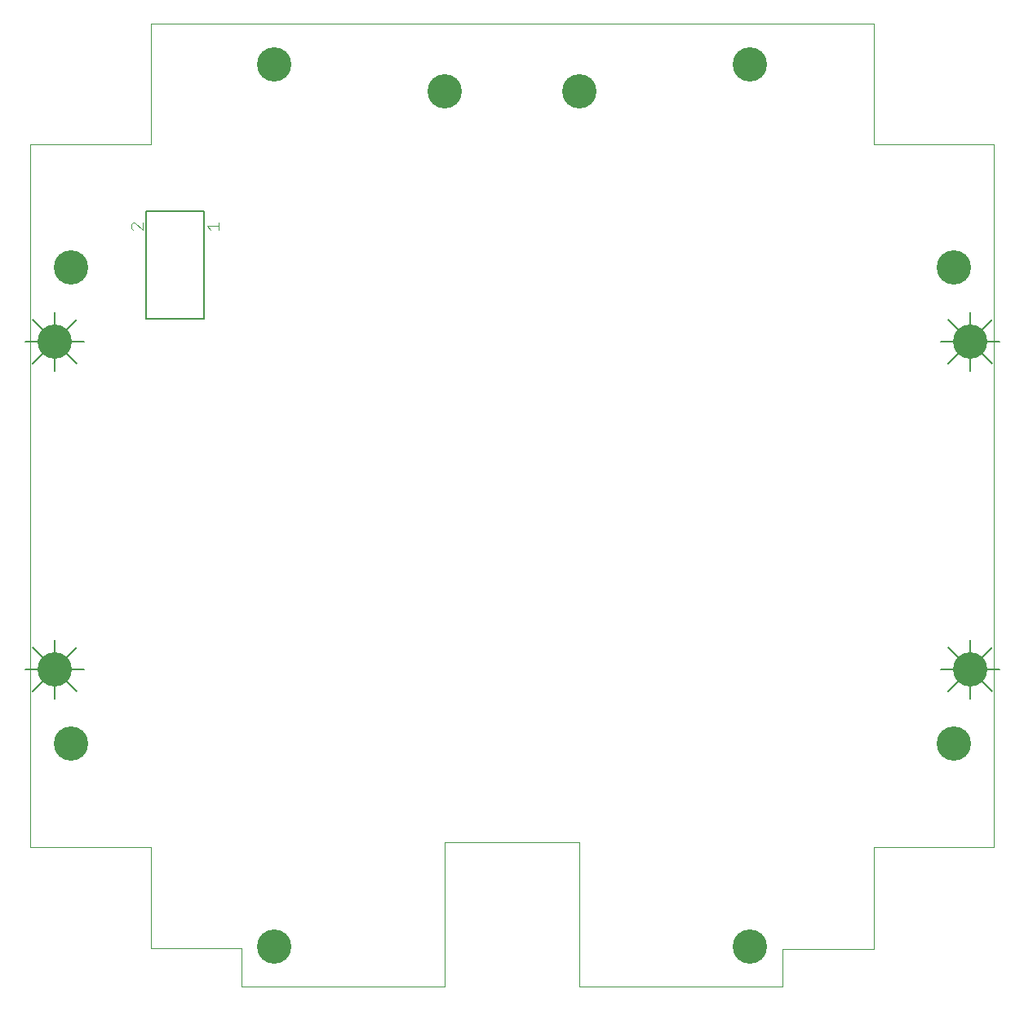
<source format=gto>
G75*
%MOIN*%
%OFA0B0*%
%FSLAX25Y25*%
%IPPOS*%
%LPD*%
%AMOC8*
5,1,8,0,0,1.08239X$1,22.5*
%
%ADD10C,0.00000*%
%ADD11C,0.14000*%
%ADD12C,0.00500*%
%ADD13C,0.00400*%
D10*
X0070882Y0037378D02*
X0108087Y0037378D01*
X0108087Y0021669D01*
X0190961Y0021669D01*
X0190961Y0080724D01*
X0246079Y0080724D01*
X0246079Y0021669D01*
X0328953Y0021669D01*
X0328953Y0037220D01*
X0366157Y0037220D01*
X0366157Y0078756D01*
X0415370Y0078756D01*
X0415370Y0366157D01*
X0366157Y0366157D01*
X0366157Y0415370D01*
X0070882Y0415370D01*
X0070882Y0366157D01*
X0021669Y0366157D01*
X0021669Y0078756D01*
X0070882Y0078756D01*
X0070882Y0037378D01*
X0115567Y0038205D02*
X0115569Y0038356D01*
X0115575Y0038506D01*
X0115585Y0038657D01*
X0115599Y0038807D01*
X0115617Y0038956D01*
X0115638Y0039106D01*
X0115664Y0039254D01*
X0115694Y0039402D01*
X0115727Y0039549D01*
X0115765Y0039695D01*
X0115806Y0039840D01*
X0115851Y0039984D01*
X0115900Y0040126D01*
X0115953Y0040267D01*
X0116009Y0040407D01*
X0116069Y0040545D01*
X0116132Y0040682D01*
X0116200Y0040817D01*
X0116270Y0040950D01*
X0116344Y0041081D01*
X0116422Y0041210D01*
X0116503Y0041337D01*
X0116587Y0041462D01*
X0116675Y0041585D01*
X0116766Y0041705D01*
X0116860Y0041823D01*
X0116957Y0041938D01*
X0117057Y0042051D01*
X0117160Y0042161D01*
X0117266Y0042268D01*
X0117375Y0042373D01*
X0117486Y0042474D01*
X0117600Y0042573D01*
X0117716Y0042668D01*
X0117836Y0042761D01*
X0117957Y0042850D01*
X0118081Y0042936D01*
X0118207Y0043019D01*
X0118335Y0043098D01*
X0118465Y0043174D01*
X0118597Y0043247D01*
X0118731Y0043315D01*
X0118867Y0043381D01*
X0119005Y0043443D01*
X0119144Y0043501D01*
X0119284Y0043555D01*
X0119426Y0043606D01*
X0119569Y0043653D01*
X0119714Y0043696D01*
X0119859Y0043735D01*
X0120006Y0043771D01*
X0120153Y0043802D01*
X0120301Y0043830D01*
X0120450Y0043854D01*
X0120599Y0043874D01*
X0120749Y0043890D01*
X0120899Y0043902D01*
X0121050Y0043910D01*
X0121201Y0043914D01*
X0121351Y0043914D01*
X0121502Y0043910D01*
X0121653Y0043902D01*
X0121803Y0043890D01*
X0121953Y0043874D01*
X0122102Y0043854D01*
X0122251Y0043830D01*
X0122399Y0043802D01*
X0122546Y0043771D01*
X0122693Y0043735D01*
X0122838Y0043696D01*
X0122983Y0043653D01*
X0123126Y0043606D01*
X0123268Y0043555D01*
X0123408Y0043501D01*
X0123547Y0043443D01*
X0123685Y0043381D01*
X0123821Y0043315D01*
X0123955Y0043247D01*
X0124087Y0043174D01*
X0124217Y0043098D01*
X0124345Y0043019D01*
X0124471Y0042936D01*
X0124595Y0042850D01*
X0124716Y0042761D01*
X0124836Y0042668D01*
X0124952Y0042573D01*
X0125066Y0042474D01*
X0125177Y0042373D01*
X0125286Y0042268D01*
X0125392Y0042161D01*
X0125495Y0042051D01*
X0125595Y0041938D01*
X0125692Y0041823D01*
X0125786Y0041705D01*
X0125877Y0041585D01*
X0125965Y0041462D01*
X0126049Y0041337D01*
X0126130Y0041210D01*
X0126208Y0041081D01*
X0126282Y0040950D01*
X0126352Y0040817D01*
X0126420Y0040682D01*
X0126483Y0040545D01*
X0126543Y0040407D01*
X0126599Y0040267D01*
X0126652Y0040126D01*
X0126701Y0039984D01*
X0126746Y0039840D01*
X0126787Y0039695D01*
X0126825Y0039549D01*
X0126858Y0039402D01*
X0126888Y0039254D01*
X0126914Y0039106D01*
X0126935Y0038956D01*
X0126953Y0038807D01*
X0126967Y0038657D01*
X0126977Y0038506D01*
X0126983Y0038356D01*
X0126985Y0038205D01*
X0126983Y0038054D01*
X0126977Y0037904D01*
X0126967Y0037753D01*
X0126953Y0037603D01*
X0126935Y0037454D01*
X0126914Y0037304D01*
X0126888Y0037156D01*
X0126858Y0037008D01*
X0126825Y0036861D01*
X0126787Y0036715D01*
X0126746Y0036570D01*
X0126701Y0036426D01*
X0126652Y0036284D01*
X0126599Y0036143D01*
X0126543Y0036003D01*
X0126483Y0035865D01*
X0126420Y0035728D01*
X0126352Y0035593D01*
X0126282Y0035460D01*
X0126208Y0035329D01*
X0126130Y0035200D01*
X0126049Y0035073D01*
X0125965Y0034948D01*
X0125877Y0034825D01*
X0125786Y0034705D01*
X0125692Y0034587D01*
X0125595Y0034472D01*
X0125495Y0034359D01*
X0125392Y0034249D01*
X0125286Y0034142D01*
X0125177Y0034037D01*
X0125066Y0033936D01*
X0124952Y0033837D01*
X0124836Y0033742D01*
X0124716Y0033649D01*
X0124595Y0033560D01*
X0124471Y0033474D01*
X0124345Y0033391D01*
X0124217Y0033312D01*
X0124087Y0033236D01*
X0123955Y0033163D01*
X0123821Y0033095D01*
X0123685Y0033029D01*
X0123547Y0032967D01*
X0123408Y0032909D01*
X0123268Y0032855D01*
X0123126Y0032804D01*
X0122983Y0032757D01*
X0122838Y0032714D01*
X0122693Y0032675D01*
X0122546Y0032639D01*
X0122399Y0032608D01*
X0122251Y0032580D01*
X0122102Y0032556D01*
X0121953Y0032536D01*
X0121803Y0032520D01*
X0121653Y0032508D01*
X0121502Y0032500D01*
X0121351Y0032496D01*
X0121201Y0032496D01*
X0121050Y0032500D01*
X0120899Y0032508D01*
X0120749Y0032520D01*
X0120599Y0032536D01*
X0120450Y0032556D01*
X0120301Y0032580D01*
X0120153Y0032608D01*
X0120006Y0032639D01*
X0119859Y0032675D01*
X0119714Y0032714D01*
X0119569Y0032757D01*
X0119426Y0032804D01*
X0119284Y0032855D01*
X0119144Y0032909D01*
X0119005Y0032967D01*
X0118867Y0033029D01*
X0118731Y0033095D01*
X0118597Y0033163D01*
X0118465Y0033236D01*
X0118335Y0033312D01*
X0118207Y0033391D01*
X0118081Y0033474D01*
X0117957Y0033560D01*
X0117836Y0033649D01*
X0117716Y0033742D01*
X0117600Y0033837D01*
X0117486Y0033936D01*
X0117375Y0034037D01*
X0117266Y0034142D01*
X0117160Y0034249D01*
X0117057Y0034359D01*
X0116957Y0034472D01*
X0116860Y0034587D01*
X0116766Y0034705D01*
X0116675Y0034825D01*
X0116587Y0034948D01*
X0116503Y0035073D01*
X0116422Y0035200D01*
X0116344Y0035329D01*
X0116270Y0035460D01*
X0116200Y0035593D01*
X0116132Y0035728D01*
X0116069Y0035865D01*
X0116009Y0036003D01*
X0115953Y0036143D01*
X0115900Y0036284D01*
X0115851Y0036426D01*
X0115806Y0036570D01*
X0115765Y0036715D01*
X0115727Y0036861D01*
X0115694Y0037008D01*
X0115664Y0037156D01*
X0115638Y0037304D01*
X0115617Y0037454D01*
X0115599Y0037603D01*
X0115585Y0037753D01*
X0115575Y0037904D01*
X0115569Y0038054D01*
X0115567Y0038205D01*
X0032496Y0121276D02*
X0032498Y0121427D01*
X0032504Y0121577D01*
X0032514Y0121728D01*
X0032528Y0121878D01*
X0032546Y0122027D01*
X0032567Y0122177D01*
X0032593Y0122325D01*
X0032623Y0122473D01*
X0032656Y0122620D01*
X0032694Y0122766D01*
X0032735Y0122911D01*
X0032780Y0123055D01*
X0032829Y0123197D01*
X0032882Y0123338D01*
X0032938Y0123478D01*
X0032998Y0123616D01*
X0033061Y0123753D01*
X0033129Y0123888D01*
X0033199Y0124021D01*
X0033273Y0124152D01*
X0033351Y0124281D01*
X0033432Y0124408D01*
X0033516Y0124533D01*
X0033604Y0124656D01*
X0033695Y0124776D01*
X0033789Y0124894D01*
X0033886Y0125009D01*
X0033986Y0125122D01*
X0034089Y0125232D01*
X0034195Y0125339D01*
X0034304Y0125444D01*
X0034415Y0125545D01*
X0034529Y0125644D01*
X0034645Y0125739D01*
X0034765Y0125832D01*
X0034886Y0125921D01*
X0035010Y0126007D01*
X0035136Y0126090D01*
X0035264Y0126169D01*
X0035394Y0126245D01*
X0035526Y0126318D01*
X0035660Y0126386D01*
X0035796Y0126452D01*
X0035934Y0126514D01*
X0036073Y0126572D01*
X0036213Y0126626D01*
X0036355Y0126677D01*
X0036498Y0126724D01*
X0036643Y0126767D01*
X0036788Y0126806D01*
X0036935Y0126842D01*
X0037082Y0126873D01*
X0037230Y0126901D01*
X0037379Y0126925D01*
X0037528Y0126945D01*
X0037678Y0126961D01*
X0037828Y0126973D01*
X0037979Y0126981D01*
X0038130Y0126985D01*
X0038280Y0126985D01*
X0038431Y0126981D01*
X0038582Y0126973D01*
X0038732Y0126961D01*
X0038882Y0126945D01*
X0039031Y0126925D01*
X0039180Y0126901D01*
X0039328Y0126873D01*
X0039475Y0126842D01*
X0039622Y0126806D01*
X0039767Y0126767D01*
X0039912Y0126724D01*
X0040055Y0126677D01*
X0040197Y0126626D01*
X0040337Y0126572D01*
X0040476Y0126514D01*
X0040614Y0126452D01*
X0040750Y0126386D01*
X0040884Y0126318D01*
X0041016Y0126245D01*
X0041146Y0126169D01*
X0041274Y0126090D01*
X0041400Y0126007D01*
X0041524Y0125921D01*
X0041645Y0125832D01*
X0041765Y0125739D01*
X0041881Y0125644D01*
X0041995Y0125545D01*
X0042106Y0125444D01*
X0042215Y0125339D01*
X0042321Y0125232D01*
X0042424Y0125122D01*
X0042524Y0125009D01*
X0042621Y0124894D01*
X0042715Y0124776D01*
X0042806Y0124656D01*
X0042894Y0124533D01*
X0042978Y0124408D01*
X0043059Y0124281D01*
X0043137Y0124152D01*
X0043211Y0124021D01*
X0043281Y0123888D01*
X0043349Y0123753D01*
X0043412Y0123616D01*
X0043472Y0123478D01*
X0043528Y0123338D01*
X0043581Y0123197D01*
X0043630Y0123055D01*
X0043675Y0122911D01*
X0043716Y0122766D01*
X0043754Y0122620D01*
X0043787Y0122473D01*
X0043817Y0122325D01*
X0043843Y0122177D01*
X0043864Y0122027D01*
X0043882Y0121878D01*
X0043896Y0121728D01*
X0043906Y0121577D01*
X0043912Y0121427D01*
X0043914Y0121276D01*
X0043912Y0121125D01*
X0043906Y0120975D01*
X0043896Y0120824D01*
X0043882Y0120674D01*
X0043864Y0120525D01*
X0043843Y0120375D01*
X0043817Y0120227D01*
X0043787Y0120079D01*
X0043754Y0119932D01*
X0043716Y0119786D01*
X0043675Y0119641D01*
X0043630Y0119497D01*
X0043581Y0119355D01*
X0043528Y0119214D01*
X0043472Y0119074D01*
X0043412Y0118936D01*
X0043349Y0118799D01*
X0043281Y0118664D01*
X0043211Y0118531D01*
X0043137Y0118400D01*
X0043059Y0118271D01*
X0042978Y0118144D01*
X0042894Y0118019D01*
X0042806Y0117896D01*
X0042715Y0117776D01*
X0042621Y0117658D01*
X0042524Y0117543D01*
X0042424Y0117430D01*
X0042321Y0117320D01*
X0042215Y0117213D01*
X0042106Y0117108D01*
X0041995Y0117007D01*
X0041881Y0116908D01*
X0041765Y0116813D01*
X0041645Y0116720D01*
X0041524Y0116631D01*
X0041400Y0116545D01*
X0041274Y0116462D01*
X0041146Y0116383D01*
X0041016Y0116307D01*
X0040884Y0116234D01*
X0040750Y0116166D01*
X0040614Y0116100D01*
X0040476Y0116038D01*
X0040337Y0115980D01*
X0040197Y0115926D01*
X0040055Y0115875D01*
X0039912Y0115828D01*
X0039767Y0115785D01*
X0039622Y0115746D01*
X0039475Y0115710D01*
X0039328Y0115679D01*
X0039180Y0115651D01*
X0039031Y0115627D01*
X0038882Y0115607D01*
X0038732Y0115591D01*
X0038582Y0115579D01*
X0038431Y0115571D01*
X0038280Y0115567D01*
X0038130Y0115567D01*
X0037979Y0115571D01*
X0037828Y0115579D01*
X0037678Y0115591D01*
X0037528Y0115607D01*
X0037379Y0115627D01*
X0037230Y0115651D01*
X0037082Y0115679D01*
X0036935Y0115710D01*
X0036788Y0115746D01*
X0036643Y0115785D01*
X0036498Y0115828D01*
X0036355Y0115875D01*
X0036213Y0115926D01*
X0036073Y0115980D01*
X0035934Y0116038D01*
X0035796Y0116100D01*
X0035660Y0116166D01*
X0035526Y0116234D01*
X0035394Y0116307D01*
X0035264Y0116383D01*
X0035136Y0116462D01*
X0035010Y0116545D01*
X0034886Y0116631D01*
X0034765Y0116720D01*
X0034645Y0116813D01*
X0034529Y0116908D01*
X0034415Y0117007D01*
X0034304Y0117108D01*
X0034195Y0117213D01*
X0034089Y0117320D01*
X0033986Y0117430D01*
X0033886Y0117543D01*
X0033789Y0117658D01*
X0033695Y0117776D01*
X0033604Y0117896D01*
X0033516Y0118019D01*
X0033432Y0118144D01*
X0033351Y0118271D01*
X0033273Y0118400D01*
X0033199Y0118531D01*
X0033129Y0118664D01*
X0033061Y0118799D01*
X0032998Y0118936D01*
X0032938Y0119074D01*
X0032882Y0119214D01*
X0032829Y0119355D01*
X0032780Y0119497D01*
X0032735Y0119641D01*
X0032694Y0119786D01*
X0032656Y0119932D01*
X0032623Y0120079D01*
X0032593Y0120227D01*
X0032567Y0120375D01*
X0032546Y0120525D01*
X0032528Y0120674D01*
X0032514Y0120824D01*
X0032504Y0120975D01*
X0032498Y0121125D01*
X0032496Y0121276D01*
X0027960Y0151591D02*
X0027962Y0151710D01*
X0027968Y0151828D01*
X0027978Y0151947D01*
X0027992Y0152064D01*
X0028009Y0152182D01*
X0028031Y0152299D01*
X0028057Y0152414D01*
X0028086Y0152529D01*
X0028119Y0152643D01*
X0028157Y0152756D01*
X0028197Y0152868D01*
X0028242Y0152978D01*
X0028290Y0153086D01*
X0028342Y0153193D01*
X0028397Y0153298D01*
X0028456Y0153401D01*
X0028518Y0153502D01*
X0028584Y0153601D01*
X0028652Y0153698D01*
X0028724Y0153792D01*
X0028800Y0153884D01*
X0028878Y0153974D01*
X0028959Y0154060D01*
X0029043Y0154144D01*
X0029129Y0154225D01*
X0029219Y0154303D01*
X0029311Y0154379D01*
X0029405Y0154451D01*
X0029502Y0154519D01*
X0029601Y0154585D01*
X0029702Y0154647D01*
X0029805Y0154706D01*
X0029910Y0154761D01*
X0030017Y0154813D01*
X0030125Y0154861D01*
X0030235Y0154906D01*
X0030347Y0154946D01*
X0030460Y0154984D01*
X0030574Y0155017D01*
X0030689Y0155046D01*
X0030804Y0155072D01*
X0030921Y0155094D01*
X0031039Y0155111D01*
X0031156Y0155125D01*
X0031275Y0155135D01*
X0031393Y0155141D01*
X0031512Y0155143D01*
X0031631Y0155141D01*
X0031749Y0155135D01*
X0031868Y0155125D01*
X0031985Y0155111D01*
X0032103Y0155094D01*
X0032220Y0155072D01*
X0032335Y0155046D01*
X0032450Y0155017D01*
X0032564Y0154984D01*
X0032677Y0154946D01*
X0032789Y0154906D01*
X0032899Y0154861D01*
X0033007Y0154813D01*
X0033114Y0154761D01*
X0033219Y0154706D01*
X0033322Y0154647D01*
X0033423Y0154585D01*
X0033522Y0154519D01*
X0033619Y0154451D01*
X0033713Y0154379D01*
X0033805Y0154303D01*
X0033895Y0154225D01*
X0033981Y0154144D01*
X0034065Y0154060D01*
X0034146Y0153974D01*
X0034224Y0153884D01*
X0034300Y0153792D01*
X0034372Y0153698D01*
X0034440Y0153601D01*
X0034506Y0153502D01*
X0034568Y0153401D01*
X0034627Y0153298D01*
X0034682Y0153193D01*
X0034734Y0153086D01*
X0034782Y0152978D01*
X0034827Y0152868D01*
X0034867Y0152756D01*
X0034905Y0152643D01*
X0034938Y0152529D01*
X0034967Y0152414D01*
X0034993Y0152299D01*
X0035015Y0152182D01*
X0035032Y0152064D01*
X0035046Y0151947D01*
X0035056Y0151828D01*
X0035062Y0151710D01*
X0035064Y0151591D01*
X0035062Y0151472D01*
X0035056Y0151354D01*
X0035046Y0151235D01*
X0035032Y0151118D01*
X0035015Y0151000D01*
X0034993Y0150883D01*
X0034967Y0150768D01*
X0034938Y0150653D01*
X0034905Y0150539D01*
X0034867Y0150426D01*
X0034827Y0150314D01*
X0034782Y0150204D01*
X0034734Y0150096D01*
X0034682Y0149989D01*
X0034627Y0149884D01*
X0034568Y0149781D01*
X0034506Y0149680D01*
X0034440Y0149581D01*
X0034372Y0149484D01*
X0034300Y0149390D01*
X0034224Y0149298D01*
X0034146Y0149208D01*
X0034065Y0149122D01*
X0033981Y0149038D01*
X0033895Y0148957D01*
X0033805Y0148879D01*
X0033713Y0148803D01*
X0033619Y0148731D01*
X0033522Y0148663D01*
X0033423Y0148597D01*
X0033322Y0148535D01*
X0033219Y0148476D01*
X0033114Y0148421D01*
X0033007Y0148369D01*
X0032899Y0148321D01*
X0032789Y0148276D01*
X0032677Y0148236D01*
X0032564Y0148198D01*
X0032450Y0148165D01*
X0032335Y0148136D01*
X0032220Y0148110D01*
X0032103Y0148088D01*
X0031985Y0148071D01*
X0031868Y0148057D01*
X0031749Y0148047D01*
X0031631Y0148041D01*
X0031512Y0148039D01*
X0031393Y0148041D01*
X0031275Y0148047D01*
X0031156Y0148057D01*
X0031039Y0148071D01*
X0030921Y0148088D01*
X0030804Y0148110D01*
X0030689Y0148136D01*
X0030574Y0148165D01*
X0030460Y0148198D01*
X0030347Y0148236D01*
X0030235Y0148276D01*
X0030125Y0148321D01*
X0030017Y0148369D01*
X0029910Y0148421D01*
X0029805Y0148476D01*
X0029702Y0148535D01*
X0029601Y0148597D01*
X0029502Y0148663D01*
X0029405Y0148731D01*
X0029311Y0148803D01*
X0029219Y0148879D01*
X0029129Y0148957D01*
X0029043Y0149038D01*
X0028959Y0149122D01*
X0028878Y0149208D01*
X0028800Y0149298D01*
X0028724Y0149390D01*
X0028652Y0149484D01*
X0028584Y0149581D01*
X0028518Y0149680D01*
X0028456Y0149781D01*
X0028397Y0149884D01*
X0028342Y0149989D01*
X0028290Y0150096D01*
X0028242Y0150204D01*
X0028197Y0150314D01*
X0028157Y0150426D01*
X0028119Y0150539D01*
X0028086Y0150653D01*
X0028057Y0150768D01*
X0028031Y0150883D01*
X0028009Y0151000D01*
X0027992Y0151118D01*
X0027978Y0151235D01*
X0027968Y0151354D01*
X0027962Y0151472D01*
X0027960Y0151591D01*
X0027960Y0285449D02*
X0027962Y0285568D01*
X0027968Y0285686D01*
X0027978Y0285805D01*
X0027992Y0285922D01*
X0028009Y0286040D01*
X0028031Y0286157D01*
X0028057Y0286272D01*
X0028086Y0286387D01*
X0028119Y0286501D01*
X0028157Y0286614D01*
X0028197Y0286726D01*
X0028242Y0286836D01*
X0028290Y0286944D01*
X0028342Y0287051D01*
X0028397Y0287156D01*
X0028456Y0287259D01*
X0028518Y0287360D01*
X0028584Y0287459D01*
X0028652Y0287556D01*
X0028724Y0287650D01*
X0028800Y0287742D01*
X0028878Y0287832D01*
X0028959Y0287918D01*
X0029043Y0288002D01*
X0029129Y0288083D01*
X0029219Y0288161D01*
X0029311Y0288237D01*
X0029405Y0288309D01*
X0029502Y0288377D01*
X0029601Y0288443D01*
X0029702Y0288505D01*
X0029805Y0288564D01*
X0029910Y0288619D01*
X0030017Y0288671D01*
X0030125Y0288719D01*
X0030235Y0288764D01*
X0030347Y0288804D01*
X0030460Y0288842D01*
X0030574Y0288875D01*
X0030689Y0288904D01*
X0030804Y0288930D01*
X0030921Y0288952D01*
X0031039Y0288969D01*
X0031156Y0288983D01*
X0031275Y0288993D01*
X0031393Y0288999D01*
X0031512Y0289001D01*
X0031631Y0288999D01*
X0031749Y0288993D01*
X0031868Y0288983D01*
X0031985Y0288969D01*
X0032103Y0288952D01*
X0032220Y0288930D01*
X0032335Y0288904D01*
X0032450Y0288875D01*
X0032564Y0288842D01*
X0032677Y0288804D01*
X0032789Y0288764D01*
X0032899Y0288719D01*
X0033007Y0288671D01*
X0033114Y0288619D01*
X0033219Y0288564D01*
X0033322Y0288505D01*
X0033423Y0288443D01*
X0033522Y0288377D01*
X0033619Y0288309D01*
X0033713Y0288237D01*
X0033805Y0288161D01*
X0033895Y0288083D01*
X0033981Y0288002D01*
X0034065Y0287918D01*
X0034146Y0287832D01*
X0034224Y0287742D01*
X0034300Y0287650D01*
X0034372Y0287556D01*
X0034440Y0287459D01*
X0034506Y0287360D01*
X0034568Y0287259D01*
X0034627Y0287156D01*
X0034682Y0287051D01*
X0034734Y0286944D01*
X0034782Y0286836D01*
X0034827Y0286726D01*
X0034867Y0286614D01*
X0034905Y0286501D01*
X0034938Y0286387D01*
X0034967Y0286272D01*
X0034993Y0286157D01*
X0035015Y0286040D01*
X0035032Y0285922D01*
X0035046Y0285805D01*
X0035056Y0285686D01*
X0035062Y0285568D01*
X0035064Y0285449D01*
X0035062Y0285330D01*
X0035056Y0285212D01*
X0035046Y0285093D01*
X0035032Y0284976D01*
X0035015Y0284858D01*
X0034993Y0284741D01*
X0034967Y0284626D01*
X0034938Y0284511D01*
X0034905Y0284397D01*
X0034867Y0284284D01*
X0034827Y0284172D01*
X0034782Y0284062D01*
X0034734Y0283954D01*
X0034682Y0283847D01*
X0034627Y0283742D01*
X0034568Y0283639D01*
X0034506Y0283538D01*
X0034440Y0283439D01*
X0034372Y0283342D01*
X0034300Y0283248D01*
X0034224Y0283156D01*
X0034146Y0283066D01*
X0034065Y0282980D01*
X0033981Y0282896D01*
X0033895Y0282815D01*
X0033805Y0282737D01*
X0033713Y0282661D01*
X0033619Y0282589D01*
X0033522Y0282521D01*
X0033423Y0282455D01*
X0033322Y0282393D01*
X0033219Y0282334D01*
X0033114Y0282279D01*
X0033007Y0282227D01*
X0032899Y0282179D01*
X0032789Y0282134D01*
X0032677Y0282094D01*
X0032564Y0282056D01*
X0032450Y0282023D01*
X0032335Y0281994D01*
X0032220Y0281968D01*
X0032103Y0281946D01*
X0031985Y0281929D01*
X0031868Y0281915D01*
X0031749Y0281905D01*
X0031631Y0281899D01*
X0031512Y0281897D01*
X0031393Y0281899D01*
X0031275Y0281905D01*
X0031156Y0281915D01*
X0031039Y0281929D01*
X0030921Y0281946D01*
X0030804Y0281968D01*
X0030689Y0281994D01*
X0030574Y0282023D01*
X0030460Y0282056D01*
X0030347Y0282094D01*
X0030235Y0282134D01*
X0030125Y0282179D01*
X0030017Y0282227D01*
X0029910Y0282279D01*
X0029805Y0282334D01*
X0029702Y0282393D01*
X0029601Y0282455D01*
X0029502Y0282521D01*
X0029405Y0282589D01*
X0029311Y0282661D01*
X0029219Y0282737D01*
X0029129Y0282815D01*
X0029043Y0282896D01*
X0028959Y0282980D01*
X0028878Y0283066D01*
X0028800Y0283156D01*
X0028724Y0283248D01*
X0028652Y0283342D01*
X0028584Y0283439D01*
X0028518Y0283538D01*
X0028456Y0283639D01*
X0028397Y0283742D01*
X0028342Y0283847D01*
X0028290Y0283954D01*
X0028242Y0284062D01*
X0028197Y0284172D01*
X0028157Y0284284D01*
X0028119Y0284397D01*
X0028086Y0284511D01*
X0028057Y0284626D01*
X0028031Y0284741D01*
X0028009Y0284858D01*
X0027992Y0284976D01*
X0027978Y0285093D01*
X0027968Y0285212D01*
X0027962Y0285330D01*
X0027960Y0285449D01*
X0032496Y0315764D02*
X0032498Y0315915D01*
X0032504Y0316065D01*
X0032514Y0316216D01*
X0032528Y0316366D01*
X0032546Y0316515D01*
X0032567Y0316665D01*
X0032593Y0316813D01*
X0032623Y0316961D01*
X0032656Y0317108D01*
X0032694Y0317254D01*
X0032735Y0317399D01*
X0032780Y0317543D01*
X0032829Y0317685D01*
X0032882Y0317826D01*
X0032938Y0317966D01*
X0032998Y0318104D01*
X0033061Y0318241D01*
X0033129Y0318376D01*
X0033199Y0318509D01*
X0033273Y0318640D01*
X0033351Y0318769D01*
X0033432Y0318896D01*
X0033516Y0319021D01*
X0033604Y0319144D01*
X0033695Y0319264D01*
X0033789Y0319382D01*
X0033886Y0319497D01*
X0033986Y0319610D01*
X0034089Y0319720D01*
X0034195Y0319827D01*
X0034304Y0319932D01*
X0034415Y0320033D01*
X0034529Y0320132D01*
X0034645Y0320227D01*
X0034765Y0320320D01*
X0034886Y0320409D01*
X0035010Y0320495D01*
X0035136Y0320578D01*
X0035264Y0320657D01*
X0035394Y0320733D01*
X0035526Y0320806D01*
X0035660Y0320874D01*
X0035796Y0320940D01*
X0035934Y0321002D01*
X0036073Y0321060D01*
X0036213Y0321114D01*
X0036355Y0321165D01*
X0036498Y0321212D01*
X0036643Y0321255D01*
X0036788Y0321294D01*
X0036935Y0321330D01*
X0037082Y0321361D01*
X0037230Y0321389D01*
X0037379Y0321413D01*
X0037528Y0321433D01*
X0037678Y0321449D01*
X0037828Y0321461D01*
X0037979Y0321469D01*
X0038130Y0321473D01*
X0038280Y0321473D01*
X0038431Y0321469D01*
X0038582Y0321461D01*
X0038732Y0321449D01*
X0038882Y0321433D01*
X0039031Y0321413D01*
X0039180Y0321389D01*
X0039328Y0321361D01*
X0039475Y0321330D01*
X0039622Y0321294D01*
X0039767Y0321255D01*
X0039912Y0321212D01*
X0040055Y0321165D01*
X0040197Y0321114D01*
X0040337Y0321060D01*
X0040476Y0321002D01*
X0040614Y0320940D01*
X0040750Y0320874D01*
X0040884Y0320806D01*
X0041016Y0320733D01*
X0041146Y0320657D01*
X0041274Y0320578D01*
X0041400Y0320495D01*
X0041524Y0320409D01*
X0041645Y0320320D01*
X0041765Y0320227D01*
X0041881Y0320132D01*
X0041995Y0320033D01*
X0042106Y0319932D01*
X0042215Y0319827D01*
X0042321Y0319720D01*
X0042424Y0319610D01*
X0042524Y0319497D01*
X0042621Y0319382D01*
X0042715Y0319264D01*
X0042806Y0319144D01*
X0042894Y0319021D01*
X0042978Y0318896D01*
X0043059Y0318769D01*
X0043137Y0318640D01*
X0043211Y0318509D01*
X0043281Y0318376D01*
X0043349Y0318241D01*
X0043412Y0318104D01*
X0043472Y0317966D01*
X0043528Y0317826D01*
X0043581Y0317685D01*
X0043630Y0317543D01*
X0043675Y0317399D01*
X0043716Y0317254D01*
X0043754Y0317108D01*
X0043787Y0316961D01*
X0043817Y0316813D01*
X0043843Y0316665D01*
X0043864Y0316515D01*
X0043882Y0316366D01*
X0043896Y0316216D01*
X0043906Y0316065D01*
X0043912Y0315915D01*
X0043914Y0315764D01*
X0043912Y0315613D01*
X0043906Y0315463D01*
X0043896Y0315312D01*
X0043882Y0315162D01*
X0043864Y0315013D01*
X0043843Y0314863D01*
X0043817Y0314715D01*
X0043787Y0314567D01*
X0043754Y0314420D01*
X0043716Y0314274D01*
X0043675Y0314129D01*
X0043630Y0313985D01*
X0043581Y0313843D01*
X0043528Y0313702D01*
X0043472Y0313562D01*
X0043412Y0313424D01*
X0043349Y0313287D01*
X0043281Y0313152D01*
X0043211Y0313019D01*
X0043137Y0312888D01*
X0043059Y0312759D01*
X0042978Y0312632D01*
X0042894Y0312507D01*
X0042806Y0312384D01*
X0042715Y0312264D01*
X0042621Y0312146D01*
X0042524Y0312031D01*
X0042424Y0311918D01*
X0042321Y0311808D01*
X0042215Y0311701D01*
X0042106Y0311596D01*
X0041995Y0311495D01*
X0041881Y0311396D01*
X0041765Y0311301D01*
X0041645Y0311208D01*
X0041524Y0311119D01*
X0041400Y0311033D01*
X0041274Y0310950D01*
X0041146Y0310871D01*
X0041016Y0310795D01*
X0040884Y0310722D01*
X0040750Y0310654D01*
X0040614Y0310588D01*
X0040476Y0310526D01*
X0040337Y0310468D01*
X0040197Y0310414D01*
X0040055Y0310363D01*
X0039912Y0310316D01*
X0039767Y0310273D01*
X0039622Y0310234D01*
X0039475Y0310198D01*
X0039328Y0310167D01*
X0039180Y0310139D01*
X0039031Y0310115D01*
X0038882Y0310095D01*
X0038732Y0310079D01*
X0038582Y0310067D01*
X0038431Y0310059D01*
X0038280Y0310055D01*
X0038130Y0310055D01*
X0037979Y0310059D01*
X0037828Y0310067D01*
X0037678Y0310079D01*
X0037528Y0310095D01*
X0037379Y0310115D01*
X0037230Y0310139D01*
X0037082Y0310167D01*
X0036935Y0310198D01*
X0036788Y0310234D01*
X0036643Y0310273D01*
X0036498Y0310316D01*
X0036355Y0310363D01*
X0036213Y0310414D01*
X0036073Y0310468D01*
X0035934Y0310526D01*
X0035796Y0310588D01*
X0035660Y0310654D01*
X0035526Y0310722D01*
X0035394Y0310795D01*
X0035264Y0310871D01*
X0035136Y0310950D01*
X0035010Y0311033D01*
X0034886Y0311119D01*
X0034765Y0311208D01*
X0034645Y0311301D01*
X0034529Y0311396D01*
X0034415Y0311495D01*
X0034304Y0311596D01*
X0034195Y0311701D01*
X0034089Y0311808D01*
X0033986Y0311918D01*
X0033886Y0312031D01*
X0033789Y0312146D01*
X0033695Y0312264D01*
X0033604Y0312384D01*
X0033516Y0312507D01*
X0033432Y0312632D01*
X0033351Y0312759D01*
X0033273Y0312888D01*
X0033199Y0313019D01*
X0033129Y0313152D01*
X0033061Y0313287D01*
X0032998Y0313424D01*
X0032938Y0313562D01*
X0032882Y0313702D01*
X0032829Y0313843D01*
X0032780Y0313985D01*
X0032735Y0314129D01*
X0032694Y0314274D01*
X0032656Y0314420D01*
X0032623Y0314567D01*
X0032593Y0314715D01*
X0032567Y0314863D01*
X0032546Y0315013D01*
X0032528Y0315162D01*
X0032514Y0315312D01*
X0032504Y0315463D01*
X0032498Y0315613D01*
X0032496Y0315764D01*
X0115567Y0398835D02*
X0115569Y0398986D01*
X0115575Y0399136D01*
X0115585Y0399287D01*
X0115599Y0399437D01*
X0115617Y0399586D01*
X0115638Y0399736D01*
X0115664Y0399884D01*
X0115694Y0400032D01*
X0115727Y0400179D01*
X0115765Y0400325D01*
X0115806Y0400470D01*
X0115851Y0400614D01*
X0115900Y0400756D01*
X0115953Y0400897D01*
X0116009Y0401037D01*
X0116069Y0401175D01*
X0116132Y0401312D01*
X0116200Y0401447D01*
X0116270Y0401580D01*
X0116344Y0401711D01*
X0116422Y0401840D01*
X0116503Y0401967D01*
X0116587Y0402092D01*
X0116675Y0402215D01*
X0116766Y0402335D01*
X0116860Y0402453D01*
X0116957Y0402568D01*
X0117057Y0402681D01*
X0117160Y0402791D01*
X0117266Y0402898D01*
X0117375Y0403003D01*
X0117486Y0403104D01*
X0117600Y0403203D01*
X0117716Y0403298D01*
X0117836Y0403391D01*
X0117957Y0403480D01*
X0118081Y0403566D01*
X0118207Y0403649D01*
X0118335Y0403728D01*
X0118465Y0403804D01*
X0118597Y0403877D01*
X0118731Y0403945D01*
X0118867Y0404011D01*
X0119005Y0404073D01*
X0119144Y0404131D01*
X0119284Y0404185D01*
X0119426Y0404236D01*
X0119569Y0404283D01*
X0119714Y0404326D01*
X0119859Y0404365D01*
X0120006Y0404401D01*
X0120153Y0404432D01*
X0120301Y0404460D01*
X0120450Y0404484D01*
X0120599Y0404504D01*
X0120749Y0404520D01*
X0120899Y0404532D01*
X0121050Y0404540D01*
X0121201Y0404544D01*
X0121351Y0404544D01*
X0121502Y0404540D01*
X0121653Y0404532D01*
X0121803Y0404520D01*
X0121953Y0404504D01*
X0122102Y0404484D01*
X0122251Y0404460D01*
X0122399Y0404432D01*
X0122546Y0404401D01*
X0122693Y0404365D01*
X0122838Y0404326D01*
X0122983Y0404283D01*
X0123126Y0404236D01*
X0123268Y0404185D01*
X0123408Y0404131D01*
X0123547Y0404073D01*
X0123685Y0404011D01*
X0123821Y0403945D01*
X0123955Y0403877D01*
X0124087Y0403804D01*
X0124217Y0403728D01*
X0124345Y0403649D01*
X0124471Y0403566D01*
X0124595Y0403480D01*
X0124716Y0403391D01*
X0124836Y0403298D01*
X0124952Y0403203D01*
X0125066Y0403104D01*
X0125177Y0403003D01*
X0125286Y0402898D01*
X0125392Y0402791D01*
X0125495Y0402681D01*
X0125595Y0402568D01*
X0125692Y0402453D01*
X0125786Y0402335D01*
X0125877Y0402215D01*
X0125965Y0402092D01*
X0126049Y0401967D01*
X0126130Y0401840D01*
X0126208Y0401711D01*
X0126282Y0401580D01*
X0126352Y0401447D01*
X0126420Y0401312D01*
X0126483Y0401175D01*
X0126543Y0401037D01*
X0126599Y0400897D01*
X0126652Y0400756D01*
X0126701Y0400614D01*
X0126746Y0400470D01*
X0126787Y0400325D01*
X0126825Y0400179D01*
X0126858Y0400032D01*
X0126888Y0399884D01*
X0126914Y0399736D01*
X0126935Y0399586D01*
X0126953Y0399437D01*
X0126967Y0399287D01*
X0126977Y0399136D01*
X0126983Y0398986D01*
X0126985Y0398835D01*
X0126983Y0398684D01*
X0126977Y0398534D01*
X0126967Y0398383D01*
X0126953Y0398233D01*
X0126935Y0398084D01*
X0126914Y0397934D01*
X0126888Y0397786D01*
X0126858Y0397638D01*
X0126825Y0397491D01*
X0126787Y0397345D01*
X0126746Y0397200D01*
X0126701Y0397056D01*
X0126652Y0396914D01*
X0126599Y0396773D01*
X0126543Y0396633D01*
X0126483Y0396495D01*
X0126420Y0396358D01*
X0126352Y0396223D01*
X0126282Y0396090D01*
X0126208Y0395959D01*
X0126130Y0395830D01*
X0126049Y0395703D01*
X0125965Y0395578D01*
X0125877Y0395455D01*
X0125786Y0395335D01*
X0125692Y0395217D01*
X0125595Y0395102D01*
X0125495Y0394989D01*
X0125392Y0394879D01*
X0125286Y0394772D01*
X0125177Y0394667D01*
X0125066Y0394566D01*
X0124952Y0394467D01*
X0124836Y0394372D01*
X0124716Y0394279D01*
X0124595Y0394190D01*
X0124471Y0394104D01*
X0124345Y0394021D01*
X0124217Y0393942D01*
X0124087Y0393866D01*
X0123955Y0393793D01*
X0123821Y0393725D01*
X0123685Y0393659D01*
X0123547Y0393597D01*
X0123408Y0393539D01*
X0123268Y0393485D01*
X0123126Y0393434D01*
X0122983Y0393387D01*
X0122838Y0393344D01*
X0122693Y0393305D01*
X0122546Y0393269D01*
X0122399Y0393238D01*
X0122251Y0393210D01*
X0122102Y0393186D01*
X0121953Y0393166D01*
X0121803Y0393150D01*
X0121653Y0393138D01*
X0121502Y0393130D01*
X0121351Y0393126D01*
X0121201Y0393126D01*
X0121050Y0393130D01*
X0120899Y0393138D01*
X0120749Y0393150D01*
X0120599Y0393166D01*
X0120450Y0393186D01*
X0120301Y0393210D01*
X0120153Y0393238D01*
X0120006Y0393269D01*
X0119859Y0393305D01*
X0119714Y0393344D01*
X0119569Y0393387D01*
X0119426Y0393434D01*
X0119284Y0393485D01*
X0119144Y0393539D01*
X0119005Y0393597D01*
X0118867Y0393659D01*
X0118731Y0393725D01*
X0118597Y0393793D01*
X0118465Y0393866D01*
X0118335Y0393942D01*
X0118207Y0394021D01*
X0118081Y0394104D01*
X0117957Y0394190D01*
X0117836Y0394279D01*
X0117716Y0394372D01*
X0117600Y0394467D01*
X0117486Y0394566D01*
X0117375Y0394667D01*
X0117266Y0394772D01*
X0117160Y0394879D01*
X0117057Y0394989D01*
X0116957Y0395102D01*
X0116860Y0395217D01*
X0116766Y0395335D01*
X0116675Y0395455D01*
X0116587Y0395578D01*
X0116503Y0395703D01*
X0116422Y0395830D01*
X0116344Y0395959D01*
X0116270Y0396090D01*
X0116200Y0396223D01*
X0116132Y0396358D01*
X0116069Y0396495D01*
X0116009Y0396633D01*
X0115953Y0396773D01*
X0115900Y0396914D01*
X0115851Y0397056D01*
X0115806Y0397200D01*
X0115765Y0397345D01*
X0115727Y0397491D01*
X0115694Y0397638D01*
X0115664Y0397786D01*
X0115638Y0397934D01*
X0115617Y0398084D01*
X0115599Y0398233D01*
X0115585Y0398383D01*
X0115575Y0398534D01*
X0115569Y0398684D01*
X0115567Y0398835D01*
X0186729Y0387811D02*
X0186731Y0387941D01*
X0186737Y0388070D01*
X0186747Y0388200D01*
X0186761Y0388329D01*
X0186779Y0388457D01*
X0186800Y0388585D01*
X0186826Y0388712D01*
X0186856Y0388838D01*
X0186889Y0388964D01*
X0186926Y0389088D01*
X0186967Y0389211D01*
X0187012Y0389333D01*
X0187061Y0389453D01*
X0187113Y0389572D01*
X0187168Y0389689D01*
X0187228Y0389804D01*
X0187291Y0389918D01*
X0187357Y0390029D01*
X0187427Y0390139D01*
X0187500Y0390246D01*
X0187576Y0390351D01*
X0187655Y0390453D01*
X0187738Y0390553D01*
X0187823Y0390651D01*
X0187912Y0390746D01*
X0188003Y0390838D01*
X0188097Y0390927D01*
X0188194Y0391013D01*
X0188294Y0391096D01*
X0188395Y0391177D01*
X0188500Y0391254D01*
X0188606Y0391328D01*
X0188715Y0391398D01*
X0188826Y0391465D01*
X0188939Y0391529D01*
X0189054Y0391589D01*
X0189171Y0391646D01*
X0189289Y0391699D01*
X0189409Y0391748D01*
X0189531Y0391794D01*
X0189653Y0391836D01*
X0189777Y0391874D01*
X0189902Y0391908D01*
X0190028Y0391939D01*
X0190155Y0391966D01*
X0190283Y0391988D01*
X0190411Y0392007D01*
X0190540Y0392022D01*
X0190669Y0392033D01*
X0190799Y0392040D01*
X0190929Y0392043D01*
X0191058Y0392042D01*
X0191188Y0392037D01*
X0191317Y0392028D01*
X0191446Y0392015D01*
X0191575Y0391998D01*
X0191703Y0391977D01*
X0191830Y0391953D01*
X0191957Y0391924D01*
X0192082Y0391892D01*
X0192207Y0391855D01*
X0192330Y0391815D01*
X0192452Y0391772D01*
X0192573Y0391724D01*
X0192692Y0391673D01*
X0192810Y0391618D01*
X0192925Y0391559D01*
X0193039Y0391497D01*
X0193151Y0391432D01*
X0193261Y0391363D01*
X0193369Y0391291D01*
X0193475Y0391216D01*
X0193578Y0391137D01*
X0193679Y0391055D01*
X0193777Y0390970D01*
X0193872Y0390883D01*
X0193965Y0390792D01*
X0194055Y0390699D01*
X0194142Y0390602D01*
X0194226Y0390504D01*
X0194307Y0390402D01*
X0194385Y0390299D01*
X0194459Y0390192D01*
X0194531Y0390084D01*
X0194599Y0389974D01*
X0194663Y0389861D01*
X0194724Y0389747D01*
X0194782Y0389630D01*
X0194836Y0389513D01*
X0194886Y0389393D01*
X0194933Y0389272D01*
X0194976Y0389150D01*
X0195015Y0389026D01*
X0195050Y0388901D01*
X0195082Y0388775D01*
X0195109Y0388649D01*
X0195133Y0388521D01*
X0195153Y0388393D01*
X0195169Y0388264D01*
X0195181Y0388135D01*
X0195189Y0388005D01*
X0195193Y0387876D01*
X0195193Y0387746D01*
X0195189Y0387617D01*
X0195181Y0387487D01*
X0195169Y0387358D01*
X0195153Y0387229D01*
X0195133Y0387101D01*
X0195109Y0386973D01*
X0195082Y0386847D01*
X0195050Y0386721D01*
X0195015Y0386596D01*
X0194976Y0386472D01*
X0194933Y0386350D01*
X0194886Y0386229D01*
X0194836Y0386109D01*
X0194782Y0385992D01*
X0194724Y0385875D01*
X0194663Y0385761D01*
X0194599Y0385648D01*
X0194531Y0385538D01*
X0194459Y0385430D01*
X0194385Y0385323D01*
X0194307Y0385220D01*
X0194226Y0385118D01*
X0194142Y0385020D01*
X0194055Y0384923D01*
X0193965Y0384830D01*
X0193872Y0384739D01*
X0193777Y0384652D01*
X0193679Y0384567D01*
X0193578Y0384485D01*
X0193475Y0384406D01*
X0193369Y0384331D01*
X0193261Y0384259D01*
X0193151Y0384190D01*
X0193039Y0384125D01*
X0192925Y0384063D01*
X0192810Y0384004D01*
X0192692Y0383949D01*
X0192573Y0383898D01*
X0192452Y0383850D01*
X0192330Y0383807D01*
X0192207Y0383767D01*
X0192082Y0383730D01*
X0191957Y0383698D01*
X0191830Y0383669D01*
X0191703Y0383645D01*
X0191575Y0383624D01*
X0191446Y0383607D01*
X0191317Y0383594D01*
X0191188Y0383585D01*
X0191058Y0383580D01*
X0190929Y0383579D01*
X0190799Y0383582D01*
X0190669Y0383589D01*
X0190540Y0383600D01*
X0190411Y0383615D01*
X0190283Y0383634D01*
X0190155Y0383656D01*
X0190028Y0383683D01*
X0189902Y0383714D01*
X0189777Y0383748D01*
X0189653Y0383786D01*
X0189531Y0383828D01*
X0189409Y0383874D01*
X0189289Y0383923D01*
X0189171Y0383976D01*
X0189054Y0384033D01*
X0188939Y0384093D01*
X0188826Y0384157D01*
X0188715Y0384224D01*
X0188606Y0384294D01*
X0188500Y0384368D01*
X0188395Y0384445D01*
X0188294Y0384526D01*
X0188194Y0384609D01*
X0188097Y0384695D01*
X0188003Y0384784D01*
X0187912Y0384876D01*
X0187823Y0384971D01*
X0187738Y0385069D01*
X0187655Y0385169D01*
X0187576Y0385271D01*
X0187500Y0385376D01*
X0187427Y0385483D01*
X0187357Y0385593D01*
X0187291Y0385704D01*
X0187228Y0385818D01*
X0187168Y0385933D01*
X0187113Y0386050D01*
X0187061Y0386169D01*
X0187012Y0386289D01*
X0186967Y0386411D01*
X0186926Y0386534D01*
X0186889Y0386658D01*
X0186856Y0386784D01*
X0186826Y0386910D01*
X0186800Y0387037D01*
X0186779Y0387165D01*
X0186761Y0387293D01*
X0186747Y0387422D01*
X0186737Y0387552D01*
X0186731Y0387681D01*
X0186729Y0387811D01*
X0241847Y0387811D02*
X0241849Y0387941D01*
X0241855Y0388070D01*
X0241865Y0388200D01*
X0241879Y0388329D01*
X0241897Y0388457D01*
X0241918Y0388585D01*
X0241944Y0388712D01*
X0241974Y0388838D01*
X0242007Y0388964D01*
X0242044Y0389088D01*
X0242085Y0389211D01*
X0242130Y0389333D01*
X0242179Y0389453D01*
X0242231Y0389572D01*
X0242286Y0389689D01*
X0242346Y0389804D01*
X0242409Y0389918D01*
X0242475Y0390029D01*
X0242545Y0390139D01*
X0242618Y0390246D01*
X0242694Y0390351D01*
X0242773Y0390453D01*
X0242856Y0390553D01*
X0242941Y0390651D01*
X0243030Y0390746D01*
X0243121Y0390838D01*
X0243215Y0390927D01*
X0243312Y0391013D01*
X0243412Y0391096D01*
X0243513Y0391177D01*
X0243618Y0391254D01*
X0243724Y0391328D01*
X0243833Y0391398D01*
X0243944Y0391465D01*
X0244057Y0391529D01*
X0244172Y0391589D01*
X0244289Y0391646D01*
X0244407Y0391699D01*
X0244527Y0391748D01*
X0244649Y0391794D01*
X0244771Y0391836D01*
X0244895Y0391874D01*
X0245020Y0391908D01*
X0245146Y0391939D01*
X0245273Y0391966D01*
X0245401Y0391988D01*
X0245529Y0392007D01*
X0245658Y0392022D01*
X0245787Y0392033D01*
X0245917Y0392040D01*
X0246047Y0392043D01*
X0246176Y0392042D01*
X0246306Y0392037D01*
X0246435Y0392028D01*
X0246564Y0392015D01*
X0246693Y0391998D01*
X0246821Y0391977D01*
X0246948Y0391953D01*
X0247075Y0391924D01*
X0247200Y0391892D01*
X0247325Y0391855D01*
X0247448Y0391815D01*
X0247570Y0391772D01*
X0247691Y0391724D01*
X0247810Y0391673D01*
X0247928Y0391618D01*
X0248043Y0391559D01*
X0248157Y0391497D01*
X0248269Y0391432D01*
X0248379Y0391363D01*
X0248487Y0391291D01*
X0248593Y0391216D01*
X0248696Y0391137D01*
X0248797Y0391055D01*
X0248895Y0390970D01*
X0248990Y0390883D01*
X0249083Y0390792D01*
X0249173Y0390699D01*
X0249260Y0390602D01*
X0249344Y0390504D01*
X0249425Y0390402D01*
X0249503Y0390299D01*
X0249577Y0390192D01*
X0249649Y0390084D01*
X0249717Y0389974D01*
X0249781Y0389861D01*
X0249842Y0389747D01*
X0249900Y0389630D01*
X0249954Y0389513D01*
X0250004Y0389393D01*
X0250051Y0389272D01*
X0250094Y0389150D01*
X0250133Y0389026D01*
X0250168Y0388901D01*
X0250200Y0388775D01*
X0250227Y0388649D01*
X0250251Y0388521D01*
X0250271Y0388393D01*
X0250287Y0388264D01*
X0250299Y0388135D01*
X0250307Y0388005D01*
X0250311Y0387876D01*
X0250311Y0387746D01*
X0250307Y0387617D01*
X0250299Y0387487D01*
X0250287Y0387358D01*
X0250271Y0387229D01*
X0250251Y0387101D01*
X0250227Y0386973D01*
X0250200Y0386847D01*
X0250168Y0386721D01*
X0250133Y0386596D01*
X0250094Y0386472D01*
X0250051Y0386350D01*
X0250004Y0386229D01*
X0249954Y0386109D01*
X0249900Y0385992D01*
X0249842Y0385875D01*
X0249781Y0385761D01*
X0249717Y0385648D01*
X0249649Y0385538D01*
X0249577Y0385430D01*
X0249503Y0385323D01*
X0249425Y0385220D01*
X0249344Y0385118D01*
X0249260Y0385020D01*
X0249173Y0384923D01*
X0249083Y0384830D01*
X0248990Y0384739D01*
X0248895Y0384652D01*
X0248797Y0384567D01*
X0248696Y0384485D01*
X0248593Y0384406D01*
X0248487Y0384331D01*
X0248379Y0384259D01*
X0248269Y0384190D01*
X0248157Y0384125D01*
X0248043Y0384063D01*
X0247928Y0384004D01*
X0247810Y0383949D01*
X0247691Y0383898D01*
X0247570Y0383850D01*
X0247448Y0383807D01*
X0247325Y0383767D01*
X0247200Y0383730D01*
X0247075Y0383698D01*
X0246948Y0383669D01*
X0246821Y0383645D01*
X0246693Y0383624D01*
X0246564Y0383607D01*
X0246435Y0383594D01*
X0246306Y0383585D01*
X0246176Y0383580D01*
X0246047Y0383579D01*
X0245917Y0383582D01*
X0245787Y0383589D01*
X0245658Y0383600D01*
X0245529Y0383615D01*
X0245401Y0383634D01*
X0245273Y0383656D01*
X0245146Y0383683D01*
X0245020Y0383714D01*
X0244895Y0383748D01*
X0244771Y0383786D01*
X0244649Y0383828D01*
X0244527Y0383874D01*
X0244407Y0383923D01*
X0244289Y0383976D01*
X0244172Y0384033D01*
X0244057Y0384093D01*
X0243944Y0384157D01*
X0243833Y0384224D01*
X0243724Y0384294D01*
X0243618Y0384368D01*
X0243513Y0384445D01*
X0243412Y0384526D01*
X0243312Y0384609D01*
X0243215Y0384695D01*
X0243121Y0384784D01*
X0243030Y0384876D01*
X0242941Y0384971D01*
X0242856Y0385069D01*
X0242773Y0385169D01*
X0242694Y0385271D01*
X0242618Y0385376D01*
X0242545Y0385483D01*
X0242475Y0385593D01*
X0242409Y0385704D01*
X0242346Y0385818D01*
X0242286Y0385933D01*
X0242231Y0386050D01*
X0242179Y0386169D01*
X0242130Y0386289D01*
X0242085Y0386411D01*
X0242044Y0386534D01*
X0242007Y0386658D01*
X0241974Y0386784D01*
X0241944Y0386910D01*
X0241918Y0387037D01*
X0241897Y0387165D01*
X0241879Y0387293D01*
X0241865Y0387422D01*
X0241855Y0387552D01*
X0241849Y0387681D01*
X0241847Y0387811D01*
X0310055Y0398835D02*
X0310057Y0398986D01*
X0310063Y0399136D01*
X0310073Y0399287D01*
X0310087Y0399437D01*
X0310105Y0399586D01*
X0310126Y0399736D01*
X0310152Y0399884D01*
X0310182Y0400032D01*
X0310215Y0400179D01*
X0310253Y0400325D01*
X0310294Y0400470D01*
X0310339Y0400614D01*
X0310388Y0400756D01*
X0310441Y0400897D01*
X0310497Y0401037D01*
X0310557Y0401175D01*
X0310620Y0401312D01*
X0310688Y0401447D01*
X0310758Y0401580D01*
X0310832Y0401711D01*
X0310910Y0401840D01*
X0310991Y0401967D01*
X0311075Y0402092D01*
X0311163Y0402215D01*
X0311254Y0402335D01*
X0311348Y0402453D01*
X0311445Y0402568D01*
X0311545Y0402681D01*
X0311648Y0402791D01*
X0311754Y0402898D01*
X0311863Y0403003D01*
X0311974Y0403104D01*
X0312088Y0403203D01*
X0312204Y0403298D01*
X0312324Y0403391D01*
X0312445Y0403480D01*
X0312569Y0403566D01*
X0312695Y0403649D01*
X0312823Y0403728D01*
X0312953Y0403804D01*
X0313085Y0403877D01*
X0313219Y0403945D01*
X0313355Y0404011D01*
X0313493Y0404073D01*
X0313632Y0404131D01*
X0313772Y0404185D01*
X0313914Y0404236D01*
X0314057Y0404283D01*
X0314202Y0404326D01*
X0314347Y0404365D01*
X0314494Y0404401D01*
X0314641Y0404432D01*
X0314789Y0404460D01*
X0314938Y0404484D01*
X0315087Y0404504D01*
X0315237Y0404520D01*
X0315387Y0404532D01*
X0315538Y0404540D01*
X0315689Y0404544D01*
X0315839Y0404544D01*
X0315990Y0404540D01*
X0316141Y0404532D01*
X0316291Y0404520D01*
X0316441Y0404504D01*
X0316590Y0404484D01*
X0316739Y0404460D01*
X0316887Y0404432D01*
X0317034Y0404401D01*
X0317181Y0404365D01*
X0317326Y0404326D01*
X0317471Y0404283D01*
X0317614Y0404236D01*
X0317756Y0404185D01*
X0317896Y0404131D01*
X0318035Y0404073D01*
X0318173Y0404011D01*
X0318309Y0403945D01*
X0318443Y0403877D01*
X0318575Y0403804D01*
X0318705Y0403728D01*
X0318833Y0403649D01*
X0318959Y0403566D01*
X0319083Y0403480D01*
X0319204Y0403391D01*
X0319324Y0403298D01*
X0319440Y0403203D01*
X0319554Y0403104D01*
X0319665Y0403003D01*
X0319774Y0402898D01*
X0319880Y0402791D01*
X0319983Y0402681D01*
X0320083Y0402568D01*
X0320180Y0402453D01*
X0320274Y0402335D01*
X0320365Y0402215D01*
X0320453Y0402092D01*
X0320537Y0401967D01*
X0320618Y0401840D01*
X0320696Y0401711D01*
X0320770Y0401580D01*
X0320840Y0401447D01*
X0320908Y0401312D01*
X0320971Y0401175D01*
X0321031Y0401037D01*
X0321087Y0400897D01*
X0321140Y0400756D01*
X0321189Y0400614D01*
X0321234Y0400470D01*
X0321275Y0400325D01*
X0321313Y0400179D01*
X0321346Y0400032D01*
X0321376Y0399884D01*
X0321402Y0399736D01*
X0321423Y0399586D01*
X0321441Y0399437D01*
X0321455Y0399287D01*
X0321465Y0399136D01*
X0321471Y0398986D01*
X0321473Y0398835D01*
X0321471Y0398684D01*
X0321465Y0398534D01*
X0321455Y0398383D01*
X0321441Y0398233D01*
X0321423Y0398084D01*
X0321402Y0397934D01*
X0321376Y0397786D01*
X0321346Y0397638D01*
X0321313Y0397491D01*
X0321275Y0397345D01*
X0321234Y0397200D01*
X0321189Y0397056D01*
X0321140Y0396914D01*
X0321087Y0396773D01*
X0321031Y0396633D01*
X0320971Y0396495D01*
X0320908Y0396358D01*
X0320840Y0396223D01*
X0320770Y0396090D01*
X0320696Y0395959D01*
X0320618Y0395830D01*
X0320537Y0395703D01*
X0320453Y0395578D01*
X0320365Y0395455D01*
X0320274Y0395335D01*
X0320180Y0395217D01*
X0320083Y0395102D01*
X0319983Y0394989D01*
X0319880Y0394879D01*
X0319774Y0394772D01*
X0319665Y0394667D01*
X0319554Y0394566D01*
X0319440Y0394467D01*
X0319324Y0394372D01*
X0319204Y0394279D01*
X0319083Y0394190D01*
X0318959Y0394104D01*
X0318833Y0394021D01*
X0318705Y0393942D01*
X0318575Y0393866D01*
X0318443Y0393793D01*
X0318309Y0393725D01*
X0318173Y0393659D01*
X0318035Y0393597D01*
X0317896Y0393539D01*
X0317756Y0393485D01*
X0317614Y0393434D01*
X0317471Y0393387D01*
X0317326Y0393344D01*
X0317181Y0393305D01*
X0317034Y0393269D01*
X0316887Y0393238D01*
X0316739Y0393210D01*
X0316590Y0393186D01*
X0316441Y0393166D01*
X0316291Y0393150D01*
X0316141Y0393138D01*
X0315990Y0393130D01*
X0315839Y0393126D01*
X0315689Y0393126D01*
X0315538Y0393130D01*
X0315387Y0393138D01*
X0315237Y0393150D01*
X0315087Y0393166D01*
X0314938Y0393186D01*
X0314789Y0393210D01*
X0314641Y0393238D01*
X0314494Y0393269D01*
X0314347Y0393305D01*
X0314202Y0393344D01*
X0314057Y0393387D01*
X0313914Y0393434D01*
X0313772Y0393485D01*
X0313632Y0393539D01*
X0313493Y0393597D01*
X0313355Y0393659D01*
X0313219Y0393725D01*
X0313085Y0393793D01*
X0312953Y0393866D01*
X0312823Y0393942D01*
X0312695Y0394021D01*
X0312569Y0394104D01*
X0312445Y0394190D01*
X0312324Y0394279D01*
X0312204Y0394372D01*
X0312088Y0394467D01*
X0311974Y0394566D01*
X0311863Y0394667D01*
X0311754Y0394772D01*
X0311648Y0394879D01*
X0311545Y0394989D01*
X0311445Y0395102D01*
X0311348Y0395217D01*
X0311254Y0395335D01*
X0311163Y0395455D01*
X0311075Y0395578D01*
X0310991Y0395703D01*
X0310910Y0395830D01*
X0310832Y0395959D01*
X0310758Y0396090D01*
X0310688Y0396223D01*
X0310620Y0396358D01*
X0310557Y0396495D01*
X0310497Y0396633D01*
X0310441Y0396773D01*
X0310388Y0396914D01*
X0310339Y0397056D01*
X0310294Y0397200D01*
X0310253Y0397345D01*
X0310215Y0397491D01*
X0310182Y0397638D01*
X0310152Y0397786D01*
X0310126Y0397934D01*
X0310105Y0398084D01*
X0310087Y0398233D01*
X0310073Y0398383D01*
X0310063Y0398534D01*
X0310057Y0398684D01*
X0310055Y0398835D01*
X0393126Y0315764D02*
X0393128Y0315915D01*
X0393134Y0316065D01*
X0393144Y0316216D01*
X0393158Y0316366D01*
X0393176Y0316515D01*
X0393197Y0316665D01*
X0393223Y0316813D01*
X0393253Y0316961D01*
X0393286Y0317108D01*
X0393324Y0317254D01*
X0393365Y0317399D01*
X0393410Y0317543D01*
X0393459Y0317685D01*
X0393512Y0317826D01*
X0393568Y0317966D01*
X0393628Y0318104D01*
X0393691Y0318241D01*
X0393759Y0318376D01*
X0393829Y0318509D01*
X0393903Y0318640D01*
X0393981Y0318769D01*
X0394062Y0318896D01*
X0394146Y0319021D01*
X0394234Y0319144D01*
X0394325Y0319264D01*
X0394419Y0319382D01*
X0394516Y0319497D01*
X0394616Y0319610D01*
X0394719Y0319720D01*
X0394825Y0319827D01*
X0394934Y0319932D01*
X0395045Y0320033D01*
X0395159Y0320132D01*
X0395275Y0320227D01*
X0395395Y0320320D01*
X0395516Y0320409D01*
X0395640Y0320495D01*
X0395766Y0320578D01*
X0395894Y0320657D01*
X0396024Y0320733D01*
X0396156Y0320806D01*
X0396290Y0320874D01*
X0396426Y0320940D01*
X0396564Y0321002D01*
X0396703Y0321060D01*
X0396843Y0321114D01*
X0396985Y0321165D01*
X0397128Y0321212D01*
X0397273Y0321255D01*
X0397418Y0321294D01*
X0397565Y0321330D01*
X0397712Y0321361D01*
X0397860Y0321389D01*
X0398009Y0321413D01*
X0398158Y0321433D01*
X0398308Y0321449D01*
X0398458Y0321461D01*
X0398609Y0321469D01*
X0398760Y0321473D01*
X0398910Y0321473D01*
X0399061Y0321469D01*
X0399212Y0321461D01*
X0399362Y0321449D01*
X0399512Y0321433D01*
X0399661Y0321413D01*
X0399810Y0321389D01*
X0399958Y0321361D01*
X0400105Y0321330D01*
X0400252Y0321294D01*
X0400397Y0321255D01*
X0400542Y0321212D01*
X0400685Y0321165D01*
X0400827Y0321114D01*
X0400967Y0321060D01*
X0401106Y0321002D01*
X0401244Y0320940D01*
X0401380Y0320874D01*
X0401514Y0320806D01*
X0401646Y0320733D01*
X0401776Y0320657D01*
X0401904Y0320578D01*
X0402030Y0320495D01*
X0402154Y0320409D01*
X0402275Y0320320D01*
X0402395Y0320227D01*
X0402511Y0320132D01*
X0402625Y0320033D01*
X0402736Y0319932D01*
X0402845Y0319827D01*
X0402951Y0319720D01*
X0403054Y0319610D01*
X0403154Y0319497D01*
X0403251Y0319382D01*
X0403345Y0319264D01*
X0403436Y0319144D01*
X0403524Y0319021D01*
X0403608Y0318896D01*
X0403689Y0318769D01*
X0403767Y0318640D01*
X0403841Y0318509D01*
X0403911Y0318376D01*
X0403979Y0318241D01*
X0404042Y0318104D01*
X0404102Y0317966D01*
X0404158Y0317826D01*
X0404211Y0317685D01*
X0404260Y0317543D01*
X0404305Y0317399D01*
X0404346Y0317254D01*
X0404384Y0317108D01*
X0404417Y0316961D01*
X0404447Y0316813D01*
X0404473Y0316665D01*
X0404494Y0316515D01*
X0404512Y0316366D01*
X0404526Y0316216D01*
X0404536Y0316065D01*
X0404542Y0315915D01*
X0404544Y0315764D01*
X0404542Y0315613D01*
X0404536Y0315463D01*
X0404526Y0315312D01*
X0404512Y0315162D01*
X0404494Y0315013D01*
X0404473Y0314863D01*
X0404447Y0314715D01*
X0404417Y0314567D01*
X0404384Y0314420D01*
X0404346Y0314274D01*
X0404305Y0314129D01*
X0404260Y0313985D01*
X0404211Y0313843D01*
X0404158Y0313702D01*
X0404102Y0313562D01*
X0404042Y0313424D01*
X0403979Y0313287D01*
X0403911Y0313152D01*
X0403841Y0313019D01*
X0403767Y0312888D01*
X0403689Y0312759D01*
X0403608Y0312632D01*
X0403524Y0312507D01*
X0403436Y0312384D01*
X0403345Y0312264D01*
X0403251Y0312146D01*
X0403154Y0312031D01*
X0403054Y0311918D01*
X0402951Y0311808D01*
X0402845Y0311701D01*
X0402736Y0311596D01*
X0402625Y0311495D01*
X0402511Y0311396D01*
X0402395Y0311301D01*
X0402275Y0311208D01*
X0402154Y0311119D01*
X0402030Y0311033D01*
X0401904Y0310950D01*
X0401776Y0310871D01*
X0401646Y0310795D01*
X0401514Y0310722D01*
X0401380Y0310654D01*
X0401244Y0310588D01*
X0401106Y0310526D01*
X0400967Y0310468D01*
X0400827Y0310414D01*
X0400685Y0310363D01*
X0400542Y0310316D01*
X0400397Y0310273D01*
X0400252Y0310234D01*
X0400105Y0310198D01*
X0399958Y0310167D01*
X0399810Y0310139D01*
X0399661Y0310115D01*
X0399512Y0310095D01*
X0399362Y0310079D01*
X0399212Y0310067D01*
X0399061Y0310059D01*
X0398910Y0310055D01*
X0398760Y0310055D01*
X0398609Y0310059D01*
X0398458Y0310067D01*
X0398308Y0310079D01*
X0398158Y0310095D01*
X0398009Y0310115D01*
X0397860Y0310139D01*
X0397712Y0310167D01*
X0397565Y0310198D01*
X0397418Y0310234D01*
X0397273Y0310273D01*
X0397128Y0310316D01*
X0396985Y0310363D01*
X0396843Y0310414D01*
X0396703Y0310468D01*
X0396564Y0310526D01*
X0396426Y0310588D01*
X0396290Y0310654D01*
X0396156Y0310722D01*
X0396024Y0310795D01*
X0395894Y0310871D01*
X0395766Y0310950D01*
X0395640Y0311033D01*
X0395516Y0311119D01*
X0395395Y0311208D01*
X0395275Y0311301D01*
X0395159Y0311396D01*
X0395045Y0311495D01*
X0394934Y0311596D01*
X0394825Y0311701D01*
X0394719Y0311808D01*
X0394616Y0311918D01*
X0394516Y0312031D01*
X0394419Y0312146D01*
X0394325Y0312264D01*
X0394234Y0312384D01*
X0394146Y0312507D01*
X0394062Y0312632D01*
X0393981Y0312759D01*
X0393903Y0312888D01*
X0393829Y0313019D01*
X0393759Y0313152D01*
X0393691Y0313287D01*
X0393628Y0313424D01*
X0393568Y0313562D01*
X0393512Y0313702D01*
X0393459Y0313843D01*
X0393410Y0313985D01*
X0393365Y0314129D01*
X0393324Y0314274D01*
X0393286Y0314420D01*
X0393253Y0314567D01*
X0393223Y0314715D01*
X0393197Y0314863D01*
X0393176Y0315013D01*
X0393158Y0315162D01*
X0393144Y0315312D01*
X0393134Y0315463D01*
X0393128Y0315613D01*
X0393126Y0315764D01*
X0401976Y0285449D02*
X0401978Y0285568D01*
X0401984Y0285686D01*
X0401994Y0285805D01*
X0402008Y0285922D01*
X0402025Y0286040D01*
X0402047Y0286157D01*
X0402073Y0286272D01*
X0402102Y0286387D01*
X0402135Y0286501D01*
X0402173Y0286614D01*
X0402213Y0286726D01*
X0402258Y0286836D01*
X0402306Y0286944D01*
X0402358Y0287051D01*
X0402413Y0287156D01*
X0402472Y0287259D01*
X0402534Y0287360D01*
X0402600Y0287459D01*
X0402668Y0287556D01*
X0402740Y0287650D01*
X0402816Y0287742D01*
X0402894Y0287832D01*
X0402975Y0287918D01*
X0403059Y0288002D01*
X0403145Y0288083D01*
X0403235Y0288161D01*
X0403327Y0288237D01*
X0403421Y0288309D01*
X0403518Y0288377D01*
X0403617Y0288443D01*
X0403718Y0288505D01*
X0403821Y0288564D01*
X0403926Y0288619D01*
X0404033Y0288671D01*
X0404141Y0288719D01*
X0404251Y0288764D01*
X0404363Y0288804D01*
X0404476Y0288842D01*
X0404590Y0288875D01*
X0404705Y0288904D01*
X0404820Y0288930D01*
X0404937Y0288952D01*
X0405055Y0288969D01*
X0405172Y0288983D01*
X0405291Y0288993D01*
X0405409Y0288999D01*
X0405528Y0289001D01*
X0405647Y0288999D01*
X0405765Y0288993D01*
X0405884Y0288983D01*
X0406001Y0288969D01*
X0406119Y0288952D01*
X0406236Y0288930D01*
X0406351Y0288904D01*
X0406466Y0288875D01*
X0406580Y0288842D01*
X0406693Y0288804D01*
X0406805Y0288764D01*
X0406915Y0288719D01*
X0407023Y0288671D01*
X0407130Y0288619D01*
X0407235Y0288564D01*
X0407338Y0288505D01*
X0407439Y0288443D01*
X0407538Y0288377D01*
X0407635Y0288309D01*
X0407729Y0288237D01*
X0407821Y0288161D01*
X0407911Y0288083D01*
X0407997Y0288002D01*
X0408081Y0287918D01*
X0408162Y0287832D01*
X0408240Y0287742D01*
X0408316Y0287650D01*
X0408388Y0287556D01*
X0408456Y0287459D01*
X0408522Y0287360D01*
X0408584Y0287259D01*
X0408643Y0287156D01*
X0408698Y0287051D01*
X0408750Y0286944D01*
X0408798Y0286836D01*
X0408843Y0286726D01*
X0408883Y0286614D01*
X0408921Y0286501D01*
X0408954Y0286387D01*
X0408983Y0286272D01*
X0409009Y0286157D01*
X0409031Y0286040D01*
X0409048Y0285922D01*
X0409062Y0285805D01*
X0409072Y0285686D01*
X0409078Y0285568D01*
X0409080Y0285449D01*
X0409078Y0285330D01*
X0409072Y0285212D01*
X0409062Y0285093D01*
X0409048Y0284976D01*
X0409031Y0284858D01*
X0409009Y0284741D01*
X0408983Y0284626D01*
X0408954Y0284511D01*
X0408921Y0284397D01*
X0408883Y0284284D01*
X0408843Y0284172D01*
X0408798Y0284062D01*
X0408750Y0283954D01*
X0408698Y0283847D01*
X0408643Y0283742D01*
X0408584Y0283639D01*
X0408522Y0283538D01*
X0408456Y0283439D01*
X0408388Y0283342D01*
X0408316Y0283248D01*
X0408240Y0283156D01*
X0408162Y0283066D01*
X0408081Y0282980D01*
X0407997Y0282896D01*
X0407911Y0282815D01*
X0407821Y0282737D01*
X0407729Y0282661D01*
X0407635Y0282589D01*
X0407538Y0282521D01*
X0407439Y0282455D01*
X0407338Y0282393D01*
X0407235Y0282334D01*
X0407130Y0282279D01*
X0407023Y0282227D01*
X0406915Y0282179D01*
X0406805Y0282134D01*
X0406693Y0282094D01*
X0406580Y0282056D01*
X0406466Y0282023D01*
X0406351Y0281994D01*
X0406236Y0281968D01*
X0406119Y0281946D01*
X0406001Y0281929D01*
X0405884Y0281915D01*
X0405765Y0281905D01*
X0405647Y0281899D01*
X0405528Y0281897D01*
X0405409Y0281899D01*
X0405291Y0281905D01*
X0405172Y0281915D01*
X0405055Y0281929D01*
X0404937Y0281946D01*
X0404820Y0281968D01*
X0404705Y0281994D01*
X0404590Y0282023D01*
X0404476Y0282056D01*
X0404363Y0282094D01*
X0404251Y0282134D01*
X0404141Y0282179D01*
X0404033Y0282227D01*
X0403926Y0282279D01*
X0403821Y0282334D01*
X0403718Y0282393D01*
X0403617Y0282455D01*
X0403518Y0282521D01*
X0403421Y0282589D01*
X0403327Y0282661D01*
X0403235Y0282737D01*
X0403145Y0282815D01*
X0403059Y0282896D01*
X0402975Y0282980D01*
X0402894Y0283066D01*
X0402816Y0283156D01*
X0402740Y0283248D01*
X0402668Y0283342D01*
X0402600Y0283439D01*
X0402534Y0283538D01*
X0402472Y0283639D01*
X0402413Y0283742D01*
X0402358Y0283847D01*
X0402306Y0283954D01*
X0402258Y0284062D01*
X0402213Y0284172D01*
X0402173Y0284284D01*
X0402135Y0284397D01*
X0402102Y0284511D01*
X0402073Y0284626D01*
X0402047Y0284741D01*
X0402025Y0284858D01*
X0402008Y0284976D01*
X0401994Y0285093D01*
X0401984Y0285212D01*
X0401978Y0285330D01*
X0401976Y0285449D01*
X0401976Y0151591D02*
X0401978Y0151710D01*
X0401984Y0151828D01*
X0401994Y0151947D01*
X0402008Y0152064D01*
X0402025Y0152182D01*
X0402047Y0152299D01*
X0402073Y0152414D01*
X0402102Y0152529D01*
X0402135Y0152643D01*
X0402173Y0152756D01*
X0402213Y0152868D01*
X0402258Y0152978D01*
X0402306Y0153086D01*
X0402358Y0153193D01*
X0402413Y0153298D01*
X0402472Y0153401D01*
X0402534Y0153502D01*
X0402600Y0153601D01*
X0402668Y0153698D01*
X0402740Y0153792D01*
X0402816Y0153884D01*
X0402894Y0153974D01*
X0402975Y0154060D01*
X0403059Y0154144D01*
X0403145Y0154225D01*
X0403235Y0154303D01*
X0403327Y0154379D01*
X0403421Y0154451D01*
X0403518Y0154519D01*
X0403617Y0154585D01*
X0403718Y0154647D01*
X0403821Y0154706D01*
X0403926Y0154761D01*
X0404033Y0154813D01*
X0404141Y0154861D01*
X0404251Y0154906D01*
X0404363Y0154946D01*
X0404476Y0154984D01*
X0404590Y0155017D01*
X0404705Y0155046D01*
X0404820Y0155072D01*
X0404937Y0155094D01*
X0405055Y0155111D01*
X0405172Y0155125D01*
X0405291Y0155135D01*
X0405409Y0155141D01*
X0405528Y0155143D01*
X0405647Y0155141D01*
X0405765Y0155135D01*
X0405884Y0155125D01*
X0406001Y0155111D01*
X0406119Y0155094D01*
X0406236Y0155072D01*
X0406351Y0155046D01*
X0406466Y0155017D01*
X0406580Y0154984D01*
X0406693Y0154946D01*
X0406805Y0154906D01*
X0406915Y0154861D01*
X0407023Y0154813D01*
X0407130Y0154761D01*
X0407235Y0154706D01*
X0407338Y0154647D01*
X0407439Y0154585D01*
X0407538Y0154519D01*
X0407635Y0154451D01*
X0407729Y0154379D01*
X0407821Y0154303D01*
X0407911Y0154225D01*
X0407997Y0154144D01*
X0408081Y0154060D01*
X0408162Y0153974D01*
X0408240Y0153884D01*
X0408316Y0153792D01*
X0408388Y0153698D01*
X0408456Y0153601D01*
X0408522Y0153502D01*
X0408584Y0153401D01*
X0408643Y0153298D01*
X0408698Y0153193D01*
X0408750Y0153086D01*
X0408798Y0152978D01*
X0408843Y0152868D01*
X0408883Y0152756D01*
X0408921Y0152643D01*
X0408954Y0152529D01*
X0408983Y0152414D01*
X0409009Y0152299D01*
X0409031Y0152182D01*
X0409048Y0152064D01*
X0409062Y0151947D01*
X0409072Y0151828D01*
X0409078Y0151710D01*
X0409080Y0151591D01*
X0409078Y0151472D01*
X0409072Y0151354D01*
X0409062Y0151235D01*
X0409048Y0151118D01*
X0409031Y0151000D01*
X0409009Y0150883D01*
X0408983Y0150768D01*
X0408954Y0150653D01*
X0408921Y0150539D01*
X0408883Y0150426D01*
X0408843Y0150314D01*
X0408798Y0150204D01*
X0408750Y0150096D01*
X0408698Y0149989D01*
X0408643Y0149884D01*
X0408584Y0149781D01*
X0408522Y0149680D01*
X0408456Y0149581D01*
X0408388Y0149484D01*
X0408316Y0149390D01*
X0408240Y0149298D01*
X0408162Y0149208D01*
X0408081Y0149122D01*
X0407997Y0149038D01*
X0407911Y0148957D01*
X0407821Y0148879D01*
X0407729Y0148803D01*
X0407635Y0148731D01*
X0407538Y0148663D01*
X0407439Y0148597D01*
X0407338Y0148535D01*
X0407235Y0148476D01*
X0407130Y0148421D01*
X0407023Y0148369D01*
X0406915Y0148321D01*
X0406805Y0148276D01*
X0406693Y0148236D01*
X0406580Y0148198D01*
X0406466Y0148165D01*
X0406351Y0148136D01*
X0406236Y0148110D01*
X0406119Y0148088D01*
X0406001Y0148071D01*
X0405884Y0148057D01*
X0405765Y0148047D01*
X0405647Y0148041D01*
X0405528Y0148039D01*
X0405409Y0148041D01*
X0405291Y0148047D01*
X0405172Y0148057D01*
X0405055Y0148071D01*
X0404937Y0148088D01*
X0404820Y0148110D01*
X0404705Y0148136D01*
X0404590Y0148165D01*
X0404476Y0148198D01*
X0404363Y0148236D01*
X0404251Y0148276D01*
X0404141Y0148321D01*
X0404033Y0148369D01*
X0403926Y0148421D01*
X0403821Y0148476D01*
X0403718Y0148535D01*
X0403617Y0148597D01*
X0403518Y0148663D01*
X0403421Y0148731D01*
X0403327Y0148803D01*
X0403235Y0148879D01*
X0403145Y0148957D01*
X0403059Y0149038D01*
X0402975Y0149122D01*
X0402894Y0149208D01*
X0402816Y0149298D01*
X0402740Y0149390D01*
X0402668Y0149484D01*
X0402600Y0149581D01*
X0402534Y0149680D01*
X0402472Y0149781D01*
X0402413Y0149884D01*
X0402358Y0149989D01*
X0402306Y0150096D01*
X0402258Y0150204D01*
X0402213Y0150314D01*
X0402173Y0150426D01*
X0402135Y0150539D01*
X0402102Y0150653D01*
X0402073Y0150768D01*
X0402047Y0150883D01*
X0402025Y0151000D01*
X0402008Y0151118D01*
X0401994Y0151235D01*
X0401984Y0151354D01*
X0401978Y0151472D01*
X0401976Y0151591D01*
X0393126Y0121276D02*
X0393128Y0121427D01*
X0393134Y0121577D01*
X0393144Y0121728D01*
X0393158Y0121878D01*
X0393176Y0122027D01*
X0393197Y0122177D01*
X0393223Y0122325D01*
X0393253Y0122473D01*
X0393286Y0122620D01*
X0393324Y0122766D01*
X0393365Y0122911D01*
X0393410Y0123055D01*
X0393459Y0123197D01*
X0393512Y0123338D01*
X0393568Y0123478D01*
X0393628Y0123616D01*
X0393691Y0123753D01*
X0393759Y0123888D01*
X0393829Y0124021D01*
X0393903Y0124152D01*
X0393981Y0124281D01*
X0394062Y0124408D01*
X0394146Y0124533D01*
X0394234Y0124656D01*
X0394325Y0124776D01*
X0394419Y0124894D01*
X0394516Y0125009D01*
X0394616Y0125122D01*
X0394719Y0125232D01*
X0394825Y0125339D01*
X0394934Y0125444D01*
X0395045Y0125545D01*
X0395159Y0125644D01*
X0395275Y0125739D01*
X0395395Y0125832D01*
X0395516Y0125921D01*
X0395640Y0126007D01*
X0395766Y0126090D01*
X0395894Y0126169D01*
X0396024Y0126245D01*
X0396156Y0126318D01*
X0396290Y0126386D01*
X0396426Y0126452D01*
X0396564Y0126514D01*
X0396703Y0126572D01*
X0396843Y0126626D01*
X0396985Y0126677D01*
X0397128Y0126724D01*
X0397273Y0126767D01*
X0397418Y0126806D01*
X0397565Y0126842D01*
X0397712Y0126873D01*
X0397860Y0126901D01*
X0398009Y0126925D01*
X0398158Y0126945D01*
X0398308Y0126961D01*
X0398458Y0126973D01*
X0398609Y0126981D01*
X0398760Y0126985D01*
X0398910Y0126985D01*
X0399061Y0126981D01*
X0399212Y0126973D01*
X0399362Y0126961D01*
X0399512Y0126945D01*
X0399661Y0126925D01*
X0399810Y0126901D01*
X0399958Y0126873D01*
X0400105Y0126842D01*
X0400252Y0126806D01*
X0400397Y0126767D01*
X0400542Y0126724D01*
X0400685Y0126677D01*
X0400827Y0126626D01*
X0400967Y0126572D01*
X0401106Y0126514D01*
X0401244Y0126452D01*
X0401380Y0126386D01*
X0401514Y0126318D01*
X0401646Y0126245D01*
X0401776Y0126169D01*
X0401904Y0126090D01*
X0402030Y0126007D01*
X0402154Y0125921D01*
X0402275Y0125832D01*
X0402395Y0125739D01*
X0402511Y0125644D01*
X0402625Y0125545D01*
X0402736Y0125444D01*
X0402845Y0125339D01*
X0402951Y0125232D01*
X0403054Y0125122D01*
X0403154Y0125009D01*
X0403251Y0124894D01*
X0403345Y0124776D01*
X0403436Y0124656D01*
X0403524Y0124533D01*
X0403608Y0124408D01*
X0403689Y0124281D01*
X0403767Y0124152D01*
X0403841Y0124021D01*
X0403911Y0123888D01*
X0403979Y0123753D01*
X0404042Y0123616D01*
X0404102Y0123478D01*
X0404158Y0123338D01*
X0404211Y0123197D01*
X0404260Y0123055D01*
X0404305Y0122911D01*
X0404346Y0122766D01*
X0404384Y0122620D01*
X0404417Y0122473D01*
X0404447Y0122325D01*
X0404473Y0122177D01*
X0404494Y0122027D01*
X0404512Y0121878D01*
X0404526Y0121728D01*
X0404536Y0121577D01*
X0404542Y0121427D01*
X0404544Y0121276D01*
X0404542Y0121125D01*
X0404536Y0120975D01*
X0404526Y0120824D01*
X0404512Y0120674D01*
X0404494Y0120525D01*
X0404473Y0120375D01*
X0404447Y0120227D01*
X0404417Y0120079D01*
X0404384Y0119932D01*
X0404346Y0119786D01*
X0404305Y0119641D01*
X0404260Y0119497D01*
X0404211Y0119355D01*
X0404158Y0119214D01*
X0404102Y0119074D01*
X0404042Y0118936D01*
X0403979Y0118799D01*
X0403911Y0118664D01*
X0403841Y0118531D01*
X0403767Y0118400D01*
X0403689Y0118271D01*
X0403608Y0118144D01*
X0403524Y0118019D01*
X0403436Y0117896D01*
X0403345Y0117776D01*
X0403251Y0117658D01*
X0403154Y0117543D01*
X0403054Y0117430D01*
X0402951Y0117320D01*
X0402845Y0117213D01*
X0402736Y0117108D01*
X0402625Y0117007D01*
X0402511Y0116908D01*
X0402395Y0116813D01*
X0402275Y0116720D01*
X0402154Y0116631D01*
X0402030Y0116545D01*
X0401904Y0116462D01*
X0401776Y0116383D01*
X0401646Y0116307D01*
X0401514Y0116234D01*
X0401380Y0116166D01*
X0401244Y0116100D01*
X0401106Y0116038D01*
X0400967Y0115980D01*
X0400827Y0115926D01*
X0400685Y0115875D01*
X0400542Y0115828D01*
X0400397Y0115785D01*
X0400252Y0115746D01*
X0400105Y0115710D01*
X0399958Y0115679D01*
X0399810Y0115651D01*
X0399661Y0115627D01*
X0399512Y0115607D01*
X0399362Y0115591D01*
X0399212Y0115579D01*
X0399061Y0115571D01*
X0398910Y0115567D01*
X0398760Y0115567D01*
X0398609Y0115571D01*
X0398458Y0115579D01*
X0398308Y0115591D01*
X0398158Y0115607D01*
X0398009Y0115627D01*
X0397860Y0115651D01*
X0397712Y0115679D01*
X0397565Y0115710D01*
X0397418Y0115746D01*
X0397273Y0115785D01*
X0397128Y0115828D01*
X0396985Y0115875D01*
X0396843Y0115926D01*
X0396703Y0115980D01*
X0396564Y0116038D01*
X0396426Y0116100D01*
X0396290Y0116166D01*
X0396156Y0116234D01*
X0396024Y0116307D01*
X0395894Y0116383D01*
X0395766Y0116462D01*
X0395640Y0116545D01*
X0395516Y0116631D01*
X0395395Y0116720D01*
X0395275Y0116813D01*
X0395159Y0116908D01*
X0395045Y0117007D01*
X0394934Y0117108D01*
X0394825Y0117213D01*
X0394719Y0117320D01*
X0394616Y0117430D01*
X0394516Y0117543D01*
X0394419Y0117658D01*
X0394325Y0117776D01*
X0394234Y0117896D01*
X0394146Y0118019D01*
X0394062Y0118144D01*
X0393981Y0118271D01*
X0393903Y0118400D01*
X0393829Y0118531D01*
X0393759Y0118664D01*
X0393691Y0118799D01*
X0393628Y0118936D01*
X0393568Y0119074D01*
X0393512Y0119214D01*
X0393459Y0119355D01*
X0393410Y0119497D01*
X0393365Y0119641D01*
X0393324Y0119786D01*
X0393286Y0119932D01*
X0393253Y0120079D01*
X0393223Y0120227D01*
X0393197Y0120375D01*
X0393176Y0120525D01*
X0393158Y0120674D01*
X0393144Y0120824D01*
X0393134Y0120975D01*
X0393128Y0121125D01*
X0393126Y0121276D01*
X0310055Y0038205D02*
X0310057Y0038356D01*
X0310063Y0038506D01*
X0310073Y0038657D01*
X0310087Y0038807D01*
X0310105Y0038956D01*
X0310126Y0039106D01*
X0310152Y0039254D01*
X0310182Y0039402D01*
X0310215Y0039549D01*
X0310253Y0039695D01*
X0310294Y0039840D01*
X0310339Y0039984D01*
X0310388Y0040126D01*
X0310441Y0040267D01*
X0310497Y0040407D01*
X0310557Y0040545D01*
X0310620Y0040682D01*
X0310688Y0040817D01*
X0310758Y0040950D01*
X0310832Y0041081D01*
X0310910Y0041210D01*
X0310991Y0041337D01*
X0311075Y0041462D01*
X0311163Y0041585D01*
X0311254Y0041705D01*
X0311348Y0041823D01*
X0311445Y0041938D01*
X0311545Y0042051D01*
X0311648Y0042161D01*
X0311754Y0042268D01*
X0311863Y0042373D01*
X0311974Y0042474D01*
X0312088Y0042573D01*
X0312204Y0042668D01*
X0312324Y0042761D01*
X0312445Y0042850D01*
X0312569Y0042936D01*
X0312695Y0043019D01*
X0312823Y0043098D01*
X0312953Y0043174D01*
X0313085Y0043247D01*
X0313219Y0043315D01*
X0313355Y0043381D01*
X0313493Y0043443D01*
X0313632Y0043501D01*
X0313772Y0043555D01*
X0313914Y0043606D01*
X0314057Y0043653D01*
X0314202Y0043696D01*
X0314347Y0043735D01*
X0314494Y0043771D01*
X0314641Y0043802D01*
X0314789Y0043830D01*
X0314938Y0043854D01*
X0315087Y0043874D01*
X0315237Y0043890D01*
X0315387Y0043902D01*
X0315538Y0043910D01*
X0315689Y0043914D01*
X0315839Y0043914D01*
X0315990Y0043910D01*
X0316141Y0043902D01*
X0316291Y0043890D01*
X0316441Y0043874D01*
X0316590Y0043854D01*
X0316739Y0043830D01*
X0316887Y0043802D01*
X0317034Y0043771D01*
X0317181Y0043735D01*
X0317326Y0043696D01*
X0317471Y0043653D01*
X0317614Y0043606D01*
X0317756Y0043555D01*
X0317896Y0043501D01*
X0318035Y0043443D01*
X0318173Y0043381D01*
X0318309Y0043315D01*
X0318443Y0043247D01*
X0318575Y0043174D01*
X0318705Y0043098D01*
X0318833Y0043019D01*
X0318959Y0042936D01*
X0319083Y0042850D01*
X0319204Y0042761D01*
X0319324Y0042668D01*
X0319440Y0042573D01*
X0319554Y0042474D01*
X0319665Y0042373D01*
X0319774Y0042268D01*
X0319880Y0042161D01*
X0319983Y0042051D01*
X0320083Y0041938D01*
X0320180Y0041823D01*
X0320274Y0041705D01*
X0320365Y0041585D01*
X0320453Y0041462D01*
X0320537Y0041337D01*
X0320618Y0041210D01*
X0320696Y0041081D01*
X0320770Y0040950D01*
X0320840Y0040817D01*
X0320908Y0040682D01*
X0320971Y0040545D01*
X0321031Y0040407D01*
X0321087Y0040267D01*
X0321140Y0040126D01*
X0321189Y0039984D01*
X0321234Y0039840D01*
X0321275Y0039695D01*
X0321313Y0039549D01*
X0321346Y0039402D01*
X0321376Y0039254D01*
X0321402Y0039106D01*
X0321423Y0038956D01*
X0321441Y0038807D01*
X0321455Y0038657D01*
X0321465Y0038506D01*
X0321471Y0038356D01*
X0321473Y0038205D01*
X0321471Y0038054D01*
X0321465Y0037904D01*
X0321455Y0037753D01*
X0321441Y0037603D01*
X0321423Y0037454D01*
X0321402Y0037304D01*
X0321376Y0037156D01*
X0321346Y0037008D01*
X0321313Y0036861D01*
X0321275Y0036715D01*
X0321234Y0036570D01*
X0321189Y0036426D01*
X0321140Y0036284D01*
X0321087Y0036143D01*
X0321031Y0036003D01*
X0320971Y0035865D01*
X0320908Y0035728D01*
X0320840Y0035593D01*
X0320770Y0035460D01*
X0320696Y0035329D01*
X0320618Y0035200D01*
X0320537Y0035073D01*
X0320453Y0034948D01*
X0320365Y0034825D01*
X0320274Y0034705D01*
X0320180Y0034587D01*
X0320083Y0034472D01*
X0319983Y0034359D01*
X0319880Y0034249D01*
X0319774Y0034142D01*
X0319665Y0034037D01*
X0319554Y0033936D01*
X0319440Y0033837D01*
X0319324Y0033742D01*
X0319204Y0033649D01*
X0319083Y0033560D01*
X0318959Y0033474D01*
X0318833Y0033391D01*
X0318705Y0033312D01*
X0318575Y0033236D01*
X0318443Y0033163D01*
X0318309Y0033095D01*
X0318173Y0033029D01*
X0318035Y0032967D01*
X0317896Y0032909D01*
X0317756Y0032855D01*
X0317614Y0032804D01*
X0317471Y0032757D01*
X0317326Y0032714D01*
X0317181Y0032675D01*
X0317034Y0032639D01*
X0316887Y0032608D01*
X0316739Y0032580D01*
X0316590Y0032556D01*
X0316441Y0032536D01*
X0316291Y0032520D01*
X0316141Y0032508D01*
X0315990Y0032500D01*
X0315839Y0032496D01*
X0315689Y0032496D01*
X0315538Y0032500D01*
X0315387Y0032508D01*
X0315237Y0032520D01*
X0315087Y0032536D01*
X0314938Y0032556D01*
X0314789Y0032580D01*
X0314641Y0032608D01*
X0314494Y0032639D01*
X0314347Y0032675D01*
X0314202Y0032714D01*
X0314057Y0032757D01*
X0313914Y0032804D01*
X0313772Y0032855D01*
X0313632Y0032909D01*
X0313493Y0032967D01*
X0313355Y0033029D01*
X0313219Y0033095D01*
X0313085Y0033163D01*
X0312953Y0033236D01*
X0312823Y0033312D01*
X0312695Y0033391D01*
X0312569Y0033474D01*
X0312445Y0033560D01*
X0312324Y0033649D01*
X0312204Y0033742D01*
X0312088Y0033837D01*
X0311974Y0033936D01*
X0311863Y0034037D01*
X0311754Y0034142D01*
X0311648Y0034249D01*
X0311545Y0034359D01*
X0311445Y0034472D01*
X0311348Y0034587D01*
X0311254Y0034705D01*
X0311163Y0034825D01*
X0311075Y0034948D01*
X0310991Y0035073D01*
X0310910Y0035200D01*
X0310832Y0035329D01*
X0310758Y0035460D01*
X0310688Y0035593D01*
X0310620Y0035728D01*
X0310557Y0035865D01*
X0310497Y0036003D01*
X0310441Y0036143D01*
X0310388Y0036284D01*
X0310339Y0036426D01*
X0310294Y0036570D01*
X0310253Y0036715D01*
X0310215Y0036861D01*
X0310182Y0037008D01*
X0310152Y0037156D01*
X0310126Y0037304D01*
X0310105Y0037454D01*
X0310087Y0037603D01*
X0310073Y0037753D01*
X0310063Y0037904D01*
X0310057Y0038054D01*
X0310055Y0038205D01*
D11*
X0315764Y0038205D03*
X0398835Y0121276D03*
X0405528Y0151591D03*
X0405528Y0285449D03*
X0398835Y0315764D03*
X0315764Y0398835D03*
X0246079Y0387811D03*
X0190961Y0387811D03*
X0121276Y0398835D03*
X0038205Y0315764D03*
X0031512Y0285449D03*
X0031512Y0151591D03*
X0038205Y0121276D03*
X0121276Y0038205D03*
D12*
X0031512Y0139591D02*
X0031512Y0163591D01*
X0040512Y0160591D02*
X0022512Y0142591D01*
X0019512Y0151591D02*
X0043512Y0151591D01*
X0040512Y0142591D02*
X0022512Y0160591D01*
X0031512Y0273449D02*
X0031512Y0297449D01*
X0040512Y0294449D02*
X0022512Y0276449D01*
X0019512Y0285449D02*
X0043512Y0285449D01*
X0040512Y0276449D02*
X0022512Y0294449D01*
X0068974Y0294945D02*
X0068974Y0338945D01*
X0092474Y0338945D01*
X0092474Y0294945D01*
X0068974Y0294945D01*
X0393528Y0285449D02*
X0417528Y0285449D01*
X0414528Y0294449D02*
X0396528Y0276449D01*
X0405528Y0273449D02*
X0405528Y0297449D01*
X0396528Y0294449D02*
X0414528Y0276449D01*
X0405528Y0163591D02*
X0405528Y0139591D01*
X0414528Y0142591D02*
X0396528Y0160591D01*
X0393528Y0151591D02*
X0417528Y0151591D01*
X0414528Y0160591D02*
X0396528Y0142591D01*
D13*
X0098524Y0331145D02*
X0098524Y0334214D01*
X0098524Y0332680D02*
X0093920Y0332680D01*
X0095455Y0331145D01*
X0067524Y0331145D02*
X0064455Y0334214D01*
X0063688Y0334214D01*
X0062920Y0333447D01*
X0062920Y0331912D01*
X0063688Y0331145D01*
X0067524Y0331145D02*
X0067524Y0334214D01*
M02*

</source>
